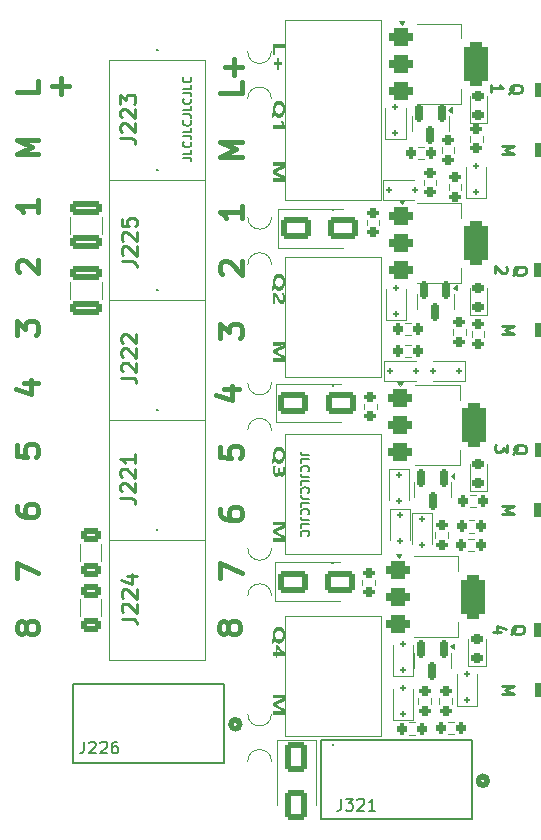
<source format=gbr>
%TF.GenerationSoftware,KiCad,Pcbnew,7.0.11*%
%TF.CreationDate,2025-07-03T12:22:14-04:00*%
%TF.ProjectId,14.1.6 - PMOS - PLC Connector Combined,31342e31-2e36-4202-9d20-504d4f53202d,rev?*%
%TF.SameCoordinates,Original*%
%TF.FileFunction,Legend,Top*%
%TF.FilePolarity,Positive*%
%FSLAX46Y46*%
G04 Gerber Fmt 4.6, Leading zero omitted, Abs format (unit mm)*
G04 Created by KiCad (PCBNEW 7.0.11) date 2025-07-03 12:22:14*
%MOMM*%
%LPD*%
G01*
G04 APERTURE LIST*
G04 Aperture macros list*
%AMRoundRect*
0 Rectangle with rounded corners*
0 $1 Rounding radius*
0 $2 $3 $4 $5 $6 $7 $8 $9 X,Y pos of 4 corners*
0 Add a 4 corners polygon primitive as box body*
4,1,4,$2,$3,$4,$5,$6,$7,$8,$9,$2,$3,0*
0 Add four circle primitives for the rounded corners*
1,1,$1+$1,$2,$3*
1,1,$1+$1,$4,$5*
1,1,$1+$1,$6,$7*
1,1,$1+$1,$8,$9*
0 Add four rect primitives between the rounded corners*
20,1,$1+$1,$2,$3,$4,$5,0*
20,1,$1+$1,$4,$5,$6,$7,0*
20,1,$1+$1,$6,$7,$8,$9,0*
20,1,$1+$1,$8,$9,$2,$3,0*%
G04 Aperture macros list end*
%ADD10C,0.457200*%
%ADD11C,0.254000*%
%ADD12C,0.177800*%
%ADD13C,0.250000*%
%ADD14C,0.150000*%
%ADD15C,0.120000*%
%ADD16C,0.100000*%
%ADD17C,0.200000*%
%ADD18C,0.152400*%
%ADD19C,0.508000*%
%ADD20RoundRect,0.200000X-0.275000X0.200000X-0.275000X-0.200000X0.275000X-0.200000X0.275000X0.200000X0*%
%ADD21RoundRect,0.125000X0.125000X-0.125000X0.125000X0.125000X-0.125000X0.125000X-0.125000X-0.125000X0*%
%ADD22C,1.950000*%
%ADD23R,1.950000X1.950000*%
%ADD24RoundRect,0.572500X-3.045750X-0.572500X3.045750X-0.572500X3.045750X0.572500X-3.045750X0.572500X0*%
%ADD25C,0.500000*%
%ADD26RoundRect,0.200000X0.275000X-0.200000X0.275000X0.200000X-0.275000X0.200000X-0.275000X-0.200000X0*%
%ADD27RoundRect,0.218750X0.256250X-0.218750X0.256250X0.218750X-0.256250X0.218750X-0.256250X-0.218750X0*%
%ADD28RoundRect,0.125000X-0.125000X0.125000X-0.125000X-0.125000X0.125000X-0.125000X0.125000X0.125000X0*%
%ADD29RoundRect,0.200000X0.200000X0.275000X-0.200000X0.275000X-0.200000X-0.275000X0.200000X-0.275000X0*%
%ADD30RoundRect,0.250000X1.075000X-0.312500X1.075000X0.312500X-1.075000X0.312500X-1.075000X-0.312500X0*%
%ADD31RoundRect,0.250000X-0.650000X1.000000X-0.650000X-1.000000X0.650000X-1.000000X0.650000X1.000000X0*%
%ADD32RoundRect,0.150000X-0.150000X0.587500X-0.150000X-0.587500X0.150000X-0.587500X0.150000X0.587500X0*%
%ADD33RoundRect,0.200000X-0.200000X-0.275000X0.200000X-0.275000X0.200000X0.275000X-0.200000X0.275000X0*%
%ADD34RoundRect,0.375000X-0.625000X-0.375000X0.625000X-0.375000X0.625000X0.375000X-0.625000X0.375000X0*%
%ADD35RoundRect,0.500000X-0.500000X-1.400000X0.500000X-1.400000X0.500000X1.400000X-0.500000X1.400000X0*%
%ADD36RoundRect,0.250000X-1.000000X-0.650000X1.000000X-0.650000X1.000000X0.650000X-1.000000X0.650000X0*%
%ADD37RoundRect,0.125000X-0.125000X-0.125000X0.125000X-0.125000X0.125000X0.125000X-0.125000X0.125000X0*%
%ADD38RoundRect,0.250000X-1.075000X0.312500X-1.075000X-0.312500X1.075000X-0.312500X1.075000X0.312500X0*%
%ADD39RoundRect,0.250000X0.625000X-0.312500X0.625000X0.312500X-0.625000X0.312500X-0.625000X-0.312500X0*%
%ADD40C,1.498600*%
%ADD41RoundRect,0.125000X0.125000X0.125000X-0.125000X0.125000X-0.125000X-0.125000X0.125000X-0.125000X0*%
%ADD42RoundRect,0.250000X-0.625000X0.312500X-0.625000X-0.312500X0.625000X-0.312500X0.625000X0.312500X0*%
G04 APERTURE END LIST*
D10*
X80723614Y-102452795D02*
X80723614Y-103323652D01*
X80723614Y-103323652D02*
X81594471Y-103410738D01*
X81594471Y-103410738D02*
X81507386Y-103323652D01*
X81507386Y-103323652D02*
X81420300Y-103149481D01*
X81420300Y-103149481D02*
X81420300Y-102714052D01*
X81420300Y-102714052D02*
X81507386Y-102539881D01*
X81507386Y-102539881D02*
X81594471Y-102452795D01*
X81594471Y-102452795D02*
X81768643Y-102365709D01*
X81768643Y-102365709D02*
X82204071Y-102365709D01*
X82204071Y-102365709D02*
X82378243Y-102452795D01*
X82378243Y-102452795D02*
X82465329Y-102539881D01*
X82465329Y-102539881D02*
X82552414Y-102714052D01*
X82552414Y-102714052D02*
X82552414Y-103149481D01*
X82552414Y-103149481D02*
X82465329Y-103323652D01*
X82465329Y-103323652D02*
X82378243Y-103410738D01*
X81507386Y-118048395D02*
X81420300Y-118222566D01*
X81420300Y-118222566D02*
X81333214Y-118309652D01*
X81333214Y-118309652D02*
X81159043Y-118396738D01*
X81159043Y-118396738D02*
X81071957Y-118396738D01*
X81071957Y-118396738D02*
X80897786Y-118309652D01*
X80897786Y-118309652D02*
X80810700Y-118222566D01*
X80810700Y-118222566D02*
X80723614Y-118048395D01*
X80723614Y-118048395D02*
X80723614Y-117700052D01*
X80723614Y-117700052D02*
X80810700Y-117525881D01*
X80810700Y-117525881D02*
X80897786Y-117438795D01*
X80897786Y-117438795D02*
X81071957Y-117351709D01*
X81071957Y-117351709D02*
X81159043Y-117351709D01*
X81159043Y-117351709D02*
X81333214Y-117438795D01*
X81333214Y-117438795D02*
X81420300Y-117525881D01*
X81420300Y-117525881D02*
X81507386Y-117700052D01*
X81507386Y-117700052D02*
X81507386Y-118048395D01*
X81507386Y-118048395D02*
X81594471Y-118222566D01*
X81594471Y-118222566D02*
X81681557Y-118309652D01*
X81681557Y-118309652D02*
X81855729Y-118396738D01*
X81855729Y-118396738D02*
X82204071Y-118396738D01*
X82204071Y-118396738D02*
X82378243Y-118309652D01*
X82378243Y-118309652D02*
X82465329Y-118222566D01*
X82465329Y-118222566D02*
X82552414Y-118048395D01*
X82552414Y-118048395D02*
X82552414Y-117700052D01*
X82552414Y-117700052D02*
X82465329Y-117525881D01*
X82465329Y-117525881D02*
X82378243Y-117438795D01*
X82378243Y-117438795D02*
X82204071Y-117351709D01*
X82204071Y-117351709D02*
X81855729Y-117351709D01*
X81855729Y-117351709D02*
X81681557Y-117438795D01*
X81681557Y-117438795D02*
X81594471Y-117525881D01*
X81594471Y-117525881D02*
X81507386Y-117700052D01*
D11*
X121797547Y-122789009D02*
X122813547Y-122789009D01*
X122813547Y-122789009D02*
X122087832Y-123127676D01*
X122087832Y-123127676D02*
X122813547Y-123466343D01*
X122813547Y-123466343D02*
X121797547Y-123466343D01*
D10*
X98143036Y-87916738D02*
X98055950Y-87829652D01*
X98055950Y-87829652D02*
X97968864Y-87655481D01*
X97968864Y-87655481D02*
X97968864Y-87220052D01*
X97968864Y-87220052D02*
X98055950Y-87045881D01*
X98055950Y-87045881D02*
X98143036Y-86958795D01*
X98143036Y-86958795D02*
X98317207Y-86871709D01*
X98317207Y-86871709D02*
X98491379Y-86871709D01*
X98491379Y-86871709D02*
X98752636Y-86958795D01*
X98752636Y-86958795D02*
X99797664Y-88003823D01*
X99797664Y-88003823D02*
X99797664Y-86871709D01*
X82552414Y-71633942D02*
X82552414Y-72504799D01*
X82552414Y-72504799D02*
X80723614Y-72504799D01*
X81333214Y-97205881D02*
X82552414Y-97205881D01*
X80636529Y-97641309D02*
X81942814Y-98076738D01*
X81942814Y-98076738D02*
X81942814Y-96944623D01*
D11*
X122606545Y-118456343D02*
X122654926Y-118359581D01*
X122654926Y-118359581D02*
X122751688Y-118262819D01*
X122751688Y-118262819D02*
X122896830Y-118117676D01*
X122896830Y-118117676D02*
X122945211Y-118020914D01*
X122945211Y-118020914D02*
X122945211Y-117924152D01*
X122703307Y-117972533D02*
X122751688Y-117875771D01*
X122751688Y-117875771D02*
X122848449Y-117779009D01*
X122848449Y-117779009D02*
X123041973Y-117730628D01*
X123041973Y-117730628D02*
X123380640Y-117730628D01*
X123380640Y-117730628D02*
X123574164Y-117779009D01*
X123574164Y-117779009D02*
X123670926Y-117875771D01*
X123670926Y-117875771D02*
X123719307Y-117972533D01*
X123719307Y-117972533D02*
X123719307Y-118166057D01*
X123719307Y-118166057D02*
X123670926Y-118262819D01*
X123670926Y-118262819D02*
X123574164Y-118359581D01*
X123574164Y-118359581D02*
X123380640Y-118407962D01*
X123380640Y-118407962D02*
X123041973Y-118407962D01*
X123041973Y-118407962D02*
X122848449Y-118359581D01*
X122848449Y-118359581D02*
X122751688Y-118262819D01*
X122751688Y-118262819D02*
X122703307Y-118166057D01*
X122703307Y-118166057D02*
X122703307Y-117972533D01*
X121744880Y-118214438D02*
X121067547Y-118214438D01*
X122131928Y-117972533D02*
X121406213Y-117730628D01*
X121406213Y-117730628D02*
X121406213Y-118359581D01*
D10*
X97968864Y-113657823D02*
X97968864Y-112438623D01*
X97968864Y-112438623D02*
X99797664Y-113222395D01*
X82552414Y-77809599D02*
X80723614Y-77809599D01*
X80723614Y-77809599D02*
X82029900Y-77199999D01*
X82029900Y-77199999D02*
X80723614Y-76590399D01*
X80723614Y-76590399D02*
X82552414Y-76590399D01*
X80723614Y-93083823D02*
X80723614Y-91951709D01*
X80723614Y-91951709D02*
X81420300Y-92561309D01*
X81420300Y-92561309D02*
X81420300Y-92300052D01*
X81420300Y-92300052D02*
X81507386Y-92125881D01*
X81507386Y-92125881D02*
X81594471Y-92038795D01*
X81594471Y-92038795D02*
X81768643Y-91951709D01*
X81768643Y-91951709D02*
X82204071Y-91951709D01*
X82204071Y-91951709D02*
X82378243Y-92038795D01*
X82378243Y-92038795D02*
X82465329Y-92125881D01*
X82465329Y-92125881D02*
X82552414Y-92300052D01*
X82552414Y-92300052D02*
X82552414Y-92822566D01*
X82552414Y-92822566D02*
X82465329Y-92996738D01*
X82465329Y-92996738D02*
X82378243Y-93083823D01*
D11*
X121797547Y-92339009D02*
X122813547Y-92339009D01*
X122813547Y-92339009D02*
X122087832Y-92677676D01*
X122087832Y-92677676D02*
X122813547Y-93016343D01*
X122813547Y-93016343D02*
X121797547Y-93016343D01*
D12*
X94808568Y-78085066D02*
X95316568Y-78085066D01*
X95316568Y-78085066D02*
X95418168Y-78118933D01*
X95418168Y-78118933D02*
X95485902Y-78186666D01*
X95485902Y-78186666D02*
X95519768Y-78288266D01*
X95519768Y-78288266D02*
X95519768Y-78356000D01*
X95519768Y-77407733D02*
X95519768Y-77746399D01*
X95519768Y-77746399D02*
X94808568Y-77746399D01*
X95452035Y-76764266D02*
X95485902Y-76798133D01*
X95485902Y-76798133D02*
X95519768Y-76899733D01*
X95519768Y-76899733D02*
X95519768Y-76967466D01*
X95519768Y-76967466D02*
X95485902Y-77069066D01*
X95485902Y-77069066D02*
X95418168Y-77136800D01*
X95418168Y-77136800D02*
X95350435Y-77170666D01*
X95350435Y-77170666D02*
X95214968Y-77204533D01*
X95214968Y-77204533D02*
X95113368Y-77204533D01*
X95113368Y-77204533D02*
X94977902Y-77170666D01*
X94977902Y-77170666D02*
X94910168Y-77136800D01*
X94910168Y-77136800D02*
X94842435Y-77069066D01*
X94842435Y-77069066D02*
X94808568Y-76967466D01*
X94808568Y-76967466D02*
X94808568Y-76899733D01*
X94808568Y-76899733D02*
X94842435Y-76798133D01*
X94842435Y-76798133D02*
X94876302Y-76764266D01*
X94808568Y-76256266D02*
X95316568Y-76256266D01*
X95316568Y-76256266D02*
X95418168Y-76290133D01*
X95418168Y-76290133D02*
X95485902Y-76357866D01*
X95485902Y-76357866D02*
X95519768Y-76459466D01*
X95519768Y-76459466D02*
X95519768Y-76527200D01*
X95519768Y-75578933D02*
X95519768Y-75917599D01*
X95519768Y-75917599D02*
X94808568Y-75917599D01*
X95452035Y-74935466D02*
X95485902Y-74969333D01*
X95485902Y-74969333D02*
X95519768Y-75070933D01*
X95519768Y-75070933D02*
X95519768Y-75138666D01*
X95519768Y-75138666D02*
X95485902Y-75240266D01*
X95485902Y-75240266D02*
X95418168Y-75308000D01*
X95418168Y-75308000D02*
X95350435Y-75341866D01*
X95350435Y-75341866D02*
X95214968Y-75375733D01*
X95214968Y-75375733D02*
X95113368Y-75375733D01*
X95113368Y-75375733D02*
X94977902Y-75341866D01*
X94977902Y-75341866D02*
X94910168Y-75308000D01*
X94910168Y-75308000D02*
X94842435Y-75240266D01*
X94842435Y-75240266D02*
X94808568Y-75138666D01*
X94808568Y-75138666D02*
X94808568Y-75070933D01*
X94808568Y-75070933D02*
X94842435Y-74969333D01*
X94842435Y-74969333D02*
X94876302Y-74935466D01*
X94808568Y-74427466D02*
X95316568Y-74427466D01*
X95316568Y-74427466D02*
X95418168Y-74461333D01*
X95418168Y-74461333D02*
X95485902Y-74529066D01*
X95485902Y-74529066D02*
X95519768Y-74630666D01*
X95519768Y-74630666D02*
X95519768Y-74698400D01*
X95519768Y-73750133D02*
X95519768Y-74088799D01*
X95519768Y-74088799D02*
X94808568Y-74088799D01*
X95452035Y-73106666D02*
X95485902Y-73140533D01*
X95485902Y-73140533D02*
X95519768Y-73242133D01*
X95519768Y-73242133D02*
X95519768Y-73309866D01*
X95519768Y-73309866D02*
X95485902Y-73411466D01*
X95485902Y-73411466D02*
X95418168Y-73479200D01*
X95418168Y-73479200D02*
X95350435Y-73513066D01*
X95350435Y-73513066D02*
X95214968Y-73546933D01*
X95214968Y-73546933D02*
X95113368Y-73546933D01*
X95113368Y-73546933D02*
X94977902Y-73513066D01*
X94977902Y-73513066D02*
X94910168Y-73479200D01*
X94910168Y-73479200D02*
X94842435Y-73411466D01*
X94842435Y-73411466D02*
X94808568Y-73309866D01*
X94808568Y-73309866D02*
X94808568Y-73242133D01*
X94808568Y-73242133D02*
X94842435Y-73140533D01*
X94842435Y-73140533D02*
X94876302Y-73106666D01*
X94808568Y-72598666D02*
X95316568Y-72598666D01*
X95316568Y-72598666D02*
X95418168Y-72632533D01*
X95418168Y-72632533D02*
X95485902Y-72700266D01*
X95485902Y-72700266D02*
X95519768Y-72801866D01*
X95519768Y-72801866D02*
X95519768Y-72869600D01*
X95519768Y-71921333D02*
X95519768Y-72259999D01*
X95519768Y-72259999D02*
X94808568Y-72259999D01*
X95452035Y-71277866D02*
X95485902Y-71311733D01*
X95485902Y-71311733D02*
X95519768Y-71413333D01*
X95519768Y-71413333D02*
X95519768Y-71481066D01*
X95519768Y-71481066D02*
X95485902Y-71582666D01*
X95485902Y-71582666D02*
X95418168Y-71650400D01*
X95418168Y-71650400D02*
X95350435Y-71684266D01*
X95350435Y-71684266D02*
X95214968Y-71718133D01*
X95214968Y-71718133D02*
X95113368Y-71718133D01*
X95113368Y-71718133D02*
X94977902Y-71684266D01*
X94977902Y-71684266D02*
X94910168Y-71650400D01*
X94910168Y-71650400D02*
X94842435Y-71582666D01*
X94842435Y-71582666D02*
X94808568Y-71481066D01*
X94808568Y-71481066D02*
X94808568Y-71413333D01*
X94808568Y-71413333D02*
X94842435Y-71311733D01*
X94842435Y-71311733D02*
X94876302Y-71277866D01*
D10*
X84455729Y-72696685D02*
X84455729Y-71303314D01*
X85152414Y-71999999D02*
X83759043Y-71999999D01*
D11*
X121797547Y-77109009D02*
X122813547Y-77109009D01*
X122813547Y-77109009D02*
X122087832Y-77447676D01*
X122087832Y-77447676D02*
X122813547Y-77786343D01*
X122813547Y-77786343D02*
X121797547Y-77786343D01*
X122746545Y-88036343D02*
X122794926Y-87939581D01*
X122794926Y-87939581D02*
X122891688Y-87842819D01*
X122891688Y-87842819D02*
X123036830Y-87697676D01*
X123036830Y-87697676D02*
X123085211Y-87600914D01*
X123085211Y-87600914D02*
X123085211Y-87504152D01*
X122843307Y-87552533D02*
X122891688Y-87455771D01*
X122891688Y-87455771D02*
X122988449Y-87359009D01*
X122988449Y-87359009D02*
X123181973Y-87310628D01*
X123181973Y-87310628D02*
X123520640Y-87310628D01*
X123520640Y-87310628D02*
X123714164Y-87359009D01*
X123714164Y-87359009D02*
X123810926Y-87455771D01*
X123810926Y-87455771D02*
X123859307Y-87552533D01*
X123859307Y-87552533D02*
X123859307Y-87746057D01*
X123859307Y-87746057D02*
X123810926Y-87842819D01*
X123810926Y-87842819D02*
X123714164Y-87939581D01*
X123714164Y-87939581D02*
X123520640Y-87987962D01*
X123520640Y-87987962D02*
X123181973Y-87987962D01*
X123181973Y-87987962D02*
X122988449Y-87939581D01*
X122988449Y-87939581D02*
X122891688Y-87842819D01*
X122891688Y-87842819D02*
X122843307Y-87746057D01*
X122843307Y-87746057D02*
X122843307Y-87552533D01*
X122126785Y-87310628D02*
X122175166Y-87359009D01*
X122175166Y-87359009D02*
X122223547Y-87455771D01*
X122223547Y-87455771D02*
X122223547Y-87697676D01*
X122223547Y-87697676D02*
X122175166Y-87794438D01*
X122175166Y-87794438D02*
X122126785Y-87842819D01*
X122126785Y-87842819D02*
X122030023Y-87891200D01*
X122030023Y-87891200D02*
X121933261Y-87891200D01*
X121933261Y-87891200D02*
X121788118Y-87842819D01*
X121788118Y-87842819D02*
X121207547Y-87262247D01*
X121207547Y-87262247D02*
X121207547Y-87891200D01*
D10*
X80723614Y-107619881D02*
X80723614Y-107968223D01*
X80723614Y-107968223D02*
X80810700Y-108142395D01*
X80810700Y-108142395D02*
X80897786Y-108229481D01*
X80897786Y-108229481D02*
X81159043Y-108403652D01*
X81159043Y-108403652D02*
X81507386Y-108490738D01*
X81507386Y-108490738D02*
X82204071Y-108490738D01*
X82204071Y-108490738D02*
X82378243Y-108403652D01*
X82378243Y-108403652D02*
X82465329Y-108316566D01*
X82465329Y-108316566D02*
X82552414Y-108142395D01*
X82552414Y-108142395D02*
X82552414Y-107794052D01*
X82552414Y-107794052D02*
X82465329Y-107619881D01*
X82465329Y-107619881D02*
X82378243Y-107532795D01*
X82378243Y-107532795D02*
X82204071Y-107445709D01*
X82204071Y-107445709D02*
X81768643Y-107445709D01*
X81768643Y-107445709D02*
X81594471Y-107532795D01*
X81594471Y-107532795D02*
X81507386Y-107619881D01*
X81507386Y-107619881D02*
X81420300Y-107794052D01*
X81420300Y-107794052D02*
X81420300Y-108142395D01*
X81420300Y-108142395D02*
X81507386Y-108316566D01*
X81507386Y-108316566D02*
X81594471Y-108403652D01*
X81594471Y-108403652D02*
X81768643Y-108490738D01*
D11*
X122776545Y-103156343D02*
X122824926Y-103059581D01*
X122824926Y-103059581D02*
X122921688Y-102962819D01*
X122921688Y-102962819D02*
X123066830Y-102817676D01*
X123066830Y-102817676D02*
X123115211Y-102720914D01*
X123115211Y-102720914D02*
X123115211Y-102624152D01*
X122873307Y-102672533D02*
X122921688Y-102575771D01*
X122921688Y-102575771D02*
X123018449Y-102479009D01*
X123018449Y-102479009D02*
X123211973Y-102430628D01*
X123211973Y-102430628D02*
X123550640Y-102430628D01*
X123550640Y-102430628D02*
X123744164Y-102479009D01*
X123744164Y-102479009D02*
X123840926Y-102575771D01*
X123840926Y-102575771D02*
X123889307Y-102672533D01*
X123889307Y-102672533D02*
X123889307Y-102866057D01*
X123889307Y-102866057D02*
X123840926Y-102962819D01*
X123840926Y-102962819D02*
X123744164Y-103059581D01*
X123744164Y-103059581D02*
X123550640Y-103107962D01*
X123550640Y-103107962D02*
X123211973Y-103107962D01*
X123211973Y-103107962D02*
X123018449Y-103059581D01*
X123018449Y-103059581D02*
X122921688Y-102962819D01*
X122921688Y-102962819D02*
X122873307Y-102866057D01*
X122873307Y-102866057D02*
X122873307Y-102672533D01*
X122253547Y-102382247D02*
X122253547Y-103011200D01*
X122253547Y-103011200D02*
X121866499Y-102672533D01*
X121866499Y-102672533D02*
X121866499Y-102817676D01*
X121866499Y-102817676D02*
X121818118Y-102914438D01*
X121818118Y-102914438D02*
X121769737Y-102962819D01*
X121769737Y-102962819D02*
X121672975Y-103011200D01*
X121672975Y-103011200D02*
X121431070Y-103011200D01*
X121431070Y-103011200D02*
X121334308Y-102962819D01*
X121334308Y-102962819D02*
X121285928Y-102914438D01*
X121285928Y-102914438D02*
X121237547Y-102817676D01*
X121237547Y-102817676D02*
X121237547Y-102527390D01*
X121237547Y-102527390D02*
X121285928Y-102430628D01*
X121285928Y-102430628D02*
X121334308Y-102382247D01*
X122436545Y-72656343D02*
X122484926Y-72559581D01*
X122484926Y-72559581D02*
X122581688Y-72462819D01*
X122581688Y-72462819D02*
X122726830Y-72317676D01*
X122726830Y-72317676D02*
X122775211Y-72220914D01*
X122775211Y-72220914D02*
X122775211Y-72124152D01*
X122533307Y-72172533D02*
X122581688Y-72075771D01*
X122581688Y-72075771D02*
X122678449Y-71979009D01*
X122678449Y-71979009D02*
X122871973Y-71930628D01*
X122871973Y-71930628D02*
X123210640Y-71930628D01*
X123210640Y-71930628D02*
X123404164Y-71979009D01*
X123404164Y-71979009D02*
X123500926Y-72075771D01*
X123500926Y-72075771D02*
X123549307Y-72172533D01*
X123549307Y-72172533D02*
X123549307Y-72366057D01*
X123549307Y-72366057D02*
X123500926Y-72462819D01*
X123500926Y-72462819D02*
X123404164Y-72559581D01*
X123404164Y-72559581D02*
X123210640Y-72607962D01*
X123210640Y-72607962D02*
X122871973Y-72607962D01*
X122871973Y-72607962D02*
X122678449Y-72559581D01*
X122678449Y-72559581D02*
X122581688Y-72462819D01*
X122581688Y-72462819D02*
X122533307Y-72366057D01*
X122533307Y-72366057D02*
X122533307Y-72172533D01*
X120897547Y-72511200D02*
X120897547Y-71930628D01*
X120897547Y-72220914D02*
X121913547Y-72220914D01*
X121913547Y-72220914D02*
X121768404Y-72124152D01*
X121768404Y-72124152D02*
X121671642Y-72027390D01*
X121671642Y-72027390D02*
X121623261Y-71930628D01*
D10*
X80897786Y-87789738D02*
X80810700Y-87702652D01*
X80810700Y-87702652D02*
X80723614Y-87528481D01*
X80723614Y-87528481D02*
X80723614Y-87093052D01*
X80723614Y-87093052D02*
X80810700Y-86918881D01*
X80810700Y-86918881D02*
X80897786Y-86831795D01*
X80897786Y-86831795D02*
X81071957Y-86744709D01*
X81071957Y-86744709D02*
X81246129Y-86744709D01*
X81246129Y-86744709D02*
X81507386Y-86831795D01*
X81507386Y-86831795D02*
X82552414Y-87876823D01*
X82552414Y-87876823D02*
X82552414Y-86744709D01*
D12*
X105471431Y-103294933D02*
X104963431Y-103294933D01*
X104963431Y-103294933D02*
X104861831Y-103261066D01*
X104861831Y-103261066D02*
X104794098Y-103193333D01*
X104794098Y-103193333D02*
X104760231Y-103091733D01*
X104760231Y-103091733D02*
X104760231Y-103024000D01*
X104760231Y-103972267D02*
X104760231Y-103633600D01*
X104760231Y-103633600D02*
X105471431Y-103633600D01*
X104827964Y-104615733D02*
X104794098Y-104581866D01*
X104794098Y-104581866D02*
X104760231Y-104480266D01*
X104760231Y-104480266D02*
X104760231Y-104412533D01*
X104760231Y-104412533D02*
X104794098Y-104310933D01*
X104794098Y-104310933D02*
X104861831Y-104243200D01*
X104861831Y-104243200D02*
X104929564Y-104209333D01*
X104929564Y-104209333D02*
X105065031Y-104175466D01*
X105065031Y-104175466D02*
X105166631Y-104175466D01*
X105166631Y-104175466D02*
X105302098Y-104209333D01*
X105302098Y-104209333D02*
X105369831Y-104243200D01*
X105369831Y-104243200D02*
X105437564Y-104310933D01*
X105437564Y-104310933D02*
X105471431Y-104412533D01*
X105471431Y-104412533D02*
X105471431Y-104480266D01*
X105471431Y-104480266D02*
X105437564Y-104581866D01*
X105437564Y-104581866D02*
X105403698Y-104615733D01*
X105471431Y-105123733D02*
X104963431Y-105123733D01*
X104963431Y-105123733D02*
X104861831Y-105089866D01*
X104861831Y-105089866D02*
X104794098Y-105022133D01*
X104794098Y-105022133D02*
X104760231Y-104920533D01*
X104760231Y-104920533D02*
X104760231Y-104852800D01*
X104760231Y-105801067D02*
X104760231Y-105462400D01*
X104760231Y-105462400D02*
X105471431Y-105462400D01*
X104827964Y-106444533D02*
X104794098Y-106410666D01*
X104794098Y-106410666D02*
X104760231Y-106309066D01*
X104760231Y-106309066D02*
X104760231Y-106241333D01*
X104760231Y-106241333D02*
X104794098Y-106139733D01*
X104794098Y-106139733D02*
X104861831Y-106072000D01*
X104861831Y-106072000D02*
X104929564Y-106038133D01*
X104929564Y-106038133D02*
X105065031Y-106004266D01*
X105065031Y-106004266D02*
X105166631Y-106004266D01*
X105166631Y-106004266D02*
X105302098Y-106038133D01*
X105302098Y-106038133D02*
X105369831Y-106072000D01*
X105369831Y-106072000D02*
X105437564Y-106139733D01*
X105437564Y-106139733D02*
X105471431Y-106241333D01*
X105471431Y-106241333D02*
X105471431Y-106309066D01*
X105471431Y-106309066D02*
X105437564Y-106410666D01*
X105437564Y-106410666D02*
X105403698Y-106444533D01*
X105471431Y-106952533D02*
X104963431Y-106952533D01*
X104963431Y-106952533D02*
X104861831Y-106918666D01*
X104861831Y-106918666D02*
X104794098Y-106850933D01*
X104794098Y-106850933D02*
X104760231Y-106749333D01*
X104760231Y-106749333D02*
X104760231Y-106681600D01*
X104760231Y-107629867D02*
X104760231Y-107291200D01*
X104760231Y-107291200D02*
X105471431Y-107291200D01*
X104827964Y-108273333D02*
X104794098Y-108239466D01*
X104794098Y-108239466D02*
X104760231Y-108137866D01*
X104760231Y-108137866D02*
X104760231Y-108070133D01*
X104760231Y-108070133D02*
X104794098Y-107968533D01*
X104794098Y-107968533D02*
X104861831Y-107900800D01*
X104861831Y-107900800D02*
X104929564Y-107866933D01*
X104929564Y-107866933D02*
X105065031Y-107833066D01*
X105065031Y-107833066D02*
X105166631Y-107833066D01*
X105166631Y-107833066D02*
X105302098Y-107866933D01*
X105302098Y-107866933D02*
X105369831Y-107900800D01*
X105369831Y-107900800D02*
X105437564Y-107968533D01*
X105437564Y-107968533D02*
X105471431Y-108070133D01*
X105471431Y-108070133D02*
X105471431Y-108137866D01*
X105471431Y-108137866D02*
X105437564Y-108239466D01*
X105437564Y-108239466D02*
X105403698Y-108273333D01*
X105471431Y-108781333D02*
X104963431Y-108781333D01*
X104963431Y-108781333D02*
X104861831Y-108747466D01*
X104861831Y-108747466D02*
X104794098Y-108679733D01*
X104794098Y-108679733D02*
X104760231Y-108578133D01*
X104760231Y-108578133D02*
X104760231Y-108510400D01*
X104760231Y-109458667D02*
X104760231Y-109120000D01*
X104760231Y-109120000D02*
X105471431Y-109120000D01*
X104827964Y-110102133D02*
X104794098Y-110068266D01*
X104794098Y-110068266D02*
X104760231Y-109966666D01*
X104760231Y-109966666D02*
X104760231Y-109898933D01*
X104760231Y-109898933D02*
X104794098Y-109797333D01*
X104794098Y-109797333D02*
X104861831Y-109729600D01*
X104861831Y-109729600D02*
X104929564Y-109695733D01*
X104929564Y-109695733D02*
X105065031Y-109661866D01*
X105065031Y-109661866D02*
X105166631Y-109661866D01*
X105166631Y-109661866D02*
X105302098Y-109695733D01*
X105302098Y-109695733D02*
X105369831Y-109729600D01*
X105369831Y-109729600D02*
X105437564Y-109797333D01*
X105437564Y-109797333D02*
X105471431Y-109898933D01*
X105471431Y-109898933D02*
X105471431Y-109966666D01*
X105471431Y-109966666D02*
X105437564Y-110068266D01*
X105437564Y-110068266D02*
X105403698Y-110102133D01*
D10*
X97968864Y-93337823D02*
X97968864Y-92205709D01*
X97968864Y-92205709D02*
X98665550Y-92815309D01*
X98665550Y-92815309D02*
X98665550Y-92554052D01*
X98665550Y-92554052D02*
X98752636Y-92379881D01*
X98752636Y-92379881D02*
X98839721Y-92292795D01*
X98839721Y-92292795D02*
X99013893Y-92205709D01*
X99013893Y-92205709D02*
X99449321Y-92205709D01*
X99449321Y-92205709D02*
X99623493Y-92292795D01*
X99623493Y-92292795D02*
X99710579Y-92379881D01*
X99710579Y-92379881D02*
X99797664Y-92554052D01*
X99797664Y-92554052D02*
X99797664Y-93076566D01*
X99797664Y-93076566D02*
X99710579Y-93250738D01*
X99710579Y-93250738D02*
X99623493Y-93337823D01*
X97968864Y-102579795D02*
X97968864Y-103450652D01*
X97968864Y-103450652D02*
X98839721Y-103537738D01*
X98839721Y-103537738D02*
X98752636Y-103450652D01*
X98752636Y-103450652D02*
X98665550Y-103276481D01*
X98665550Y-103276481D02*
X98665550Y-102841052D01*
X98665550Y-102841052D02*
X98752636Y-102666881D01*
X98752636Y-102666881D02*
X98839721Y-102579795D01*
X98839721Y-102579795D02*
X99013893Y-102492709D01*
X99013893Y-102492709D02*
X99449321Y-102492709D01*
X99449321Y-102492709D02*
X99623493Y-102579795D01*
X99623493Y-102579795D02*
X99710579Y-102666881D01*
X99710579Y-102666881D02*
X99797664Y-102841052D01*
X99797664Y-102841052D02*
X99797664Y-103276481D01*
X99797664Y-103276481D02*
X99710579Y-103450652D01*
X99710579Y-103450652D02*
X99623493Y-103537738D01*
D11*
X121797547Y-107589009D02*
X122813547Y-107589009D01*
X122813547Y-107589009D02*
X122087832Y-107927676D01*
X122087832Y-107927676D02*
X122813547Y-108266343D01*
X122813547Y-108266343D02*
X121797547Y-108266343D01*
D10*
X97968864Y-107873881D02*
X97968864Y-108222223D01*
X97968864Y-108222223D02*
X98055950Y-108396395D01*
X98055950Y-108396395D02*
X98143036Y-108483481D01*
X98143036Y-108483481D02*
X98404293Y-108657652D01*
X98404293Y-108657652D02*
X98752636Y-108744738D01*
X98752636Y-108744738D02*
X99449321Y-108744738D01*
X99449321Y-108744738D02*
X99623493Y-108657652D01*
X99623493Y-108657652D02*
X99710579Y-108570566D01*
X99710579Y-108570566D02*
X99797664Y-108396395D01*
X99797664Y-108396395D02*
X99797664Y-108048052D01*
X99797664Y-108048052D02*
X99710579Y-107873881D01*
X99710579Y-107873881D02*
X99623493Y-107786795D01*
X99623493Y-107786795D02*
X99449321Y-107699709D01*
X99449321Y-107699709D02*
X99013893Y-107699709D01*
X99013893Y-107699709D02*
X98839721Y-107786795D01*
X98839721Y-107786795D02*
X98752636Y-107873881D01*
X98752636Y-107873881D02*
X98665550Y-108048052D01*
X98665550Y-108048052D02*
X98665550Y-108396395D01*
X98665550Y-108396395D02*
X98752636Y-108570566D01*
X98752636Y-108570566D02*
X98839721Y-108657652D01*
X98839721Y-108657652D02*
X99013893Y-108744738D01*
X98324464Y-97713881D02*
X99543664Y-97713881D01*
X97627779Y-98149309D02*
X98934064Y-98584738D01*
X98934064Y-98584738D02*
X98934064Y-97452623D01*
X98625636Y-118048395D02*
X98538550Y-118222566D01*
X98538550Y-118222566D02*
X98451464Y-118309652D01*
X98451464Y-118309652D02*
X98277293Y-118396738D01*
X98277293Y-118396738D02*
X98190207Y-118396738D01*
X98190207Y-118396738D02*
X98016036Y-118309652D01*
X98016036Y-118309652D02*
X97928950Y-118222566D01*
X97928950Y-118222566D02*
X97841864Y-118048395D01*
X97841864Y-118048395D02*
X97841864Y-117700052D01*
X97841864Y-117700052D02*
X97928950Y-117525881D01*
X97928950Y-117525881D02*
X98016036Y-117438795D01*
X98016036Y-117438795D02*
X98190207Y-117351709D01*
X98190207Y-117351709D02*
X98277293Y-117351709D01*
X98277293Y-117351709D02*
X98451464Y-117438795D01*
X98451464Y-117438795D02*
X98538550Y-117525881D01*
X98538550Y-117525881D02*
X98625636Y-117700052D01*
X98625636Y-117700052D02*
X98625636Y-118048395D01*
X98625636Y-118048395D02*
X98712721Y-118222566D01*
X98712721Y-118222566D02*
X98799807Y-118309652D01*
X98799807Y-118309652D02*
X98973979Y-118396738D01*
X98973979Y-118396738D02*
X99322321Y-118396738D01*
X99322321Y-118396738D02*
X99496493Y-118309652D01*
X99496493Y-118309652D02*
X99583579Y-118222566D01*
X99583579Y-118222566D02*
X99670664Y-118048395D01*
X99670664Y-118048395D02*
X99670664Y-117700052D01*
X99670664Y-117700052D02*
X99583579Y-117525881D01*
X99583579Y-117525881D02*
X99496493Y-117438795D01*
X99496493Y-117438795D02*
X99322321Y-117351709D01*
X99322321Y-117351709D02*
X98973979Y-117351709D01*
X98973979Y-117351709D02*
X98799807Y-117438795D01*
X98799807Y-117438795D02*
X98712721Y-117525881D01*
X98712721Y-117525881D02*
X98625636Y-117700052D01*
X80723614Y-113657823D02*
X80723614Y-112438623D01*
X80723614Y-112438623D02*
X82552414Y-113222395D01*
X99797664Y-77994611D02*
X97968864Y-77994611D01*
X97968864Y-77994611D02*
X99275150Y-77385011D01*
X99275150Y-77385011D02*
X97968864Y-76775411D01*
X97968864Y-76775411D02*
X99797664Y-76775411D01*
X99797664Y-82172709D02*
X99797664Y-83217738D01*
X99797664Y-82695223D02*
X97968864Y-82695223D01*
X97968864Y-82695223D02*
X98230121Y-82869395D01*
X98230121Y-82869395D02*
X98404293Y-83043566D01*
X98404293Y-83043566D02*
X98491379Y-83217738D01*
X82552414Y-81677485D02*
X82552414Y-82722514D01*
X82552414Y-82199999D02*
X80723614Y-82199999D01*
X80723614Y-82199999D02*
X80984871Y-82374171D01*
X80984871Y-82374171D02*
X81159043Y-82548342D01*
X81159043Y-82548342D02*
X81246129Y-82722514D01*
D13*
G36*
X102450000Y-69358900D02*
G01*
X102450000Y-68478893D01*
X103434787Y-68478893D01*
X103434787Y-68811919D01*
X102637578Y-68811919D01*
X102637578Y-69358900D01*
X102450000Y-69358900D01*
G37*
G36*
X102778262Y-70631650D02*
G01*
X102778262Y-70234877D01*
X102512526Y-70234877D01*
X102512526Y-70026782D01*
X102778262Y-70026782D01*
X102778262Y-69627812D01*
X102918946Y-69627812D01*
X102918946Y-70026782D01*
X103184682Y-70026782D01*
X103184682Y-70234877D01*
X102918946Y-70234877D01*
X102918946Y-70631650D01*
X102778262Y-70631650D01*
G37*
G36*
X102944124Y-73259046D02*
G01*
X102958384Y-73259641D01*
X102972473Y-73260632D01*
X102986391Y-73262019D01*
X103000138Y-73263803D01*
X103013713Y-73265984D01*
X103027117Y-73268560D01*
X103040350Y-73271533D01*
X103053411Y-73274903D01*
X103066301Y-73278669D01*
X103079020Y-73282831D01*
X103091568Y-73287390D01*
X103103945Y-73292345D01*
X103116150Y-73297697D01*
X103128184Y-73303445D01*
X103140047Y-73309590D01*
X103151738Y-73316130D01*
X103163258Y-73323068D01*
X103174607Y-73330401D01*
X103185785Y-73338132D01*
X103196791Y-73346258D01*
X103207627Y-73354781D01*
X103218290Y-73363701D01*
X103228783Y-73373016D01*
X103239104Y-73382729D01*
X103249255Y-73392837D01*
X103259234Y-73403342D01*
X103269041Y-73414244D01*
X103278678Y-73425542D01*
X103288143Y-73437236D01*
X103297437Y-73449327D01*
X103306559Y-73461814D01*
X103315410Y-73474561D01*
X103323980Y-73487571D01*
X103332268Y-73500842D01*
X103340276Y-73514376D01*
X103348003Y-73528171D01*
X103355449Y-73542228D01*
X103362614Y-73556547D01*
X103369497Y-73571128D01*
X103376100Y-73585971D01*
X103382422Y-73601075D01*
X103388463Y-73616442D01*
X103394223Y-73632070D01*
X103399702Y-73647961D01*
X103404900Y-73664113D01*
X103409817Y-73680527D01*
X103414453Y-73697203D01*
X103418809Y-73714141D01*
X103422883Y-73731341D01*
X103426676Y-73748802D01*
X103430188Y-73766526D01*
X103433419Y-73784511D01*
X103436369Y-73802759D01*
X103439039Y-73821268D01*
X103441427Y-73840039D01*
X103443534Y-73859072D01*
X103445361Y-73878367D01*
X103446906Y-73897924D01*
X103448170Y-73917743D01*
X103449154Y-73937823D01*
X103449856Y-73958166D01*
X103450278Y-73978770D01*
X103450418Y-73999637D01*
X103450284Y-74019302D01*
X103449880Y-74038729D01*
X103449207Y-74057919D01*
X103448266Y-74076871D01*
X103447055Y-74095585D01*
X103445575Y-74114062D01*
X103443827Y-74132302D01*
X103441809Y-74150304D01*
X103439522Y-74168068D01*
X103436966Y-74185595D01*
X103434141Y-74202884D01*
X103431047Y-74219936D01*
X103427684Y-74236750D01*
X103424051Y-74253327D01*
X103420150Y-74269666D01*
X103415980Y-74285767D01*
X103411541Y-74301631D01*
X103406832Y-74317257D01*
X103401855Y-74332646D01*
X103396608Y-74347797D01*
X103391093Y-74362711D01*
X103385308Y-74377387D01*
X103379255Y-74391825D01*
X103372932Y-74406026D01*
X103366340Y-74419990D01*
X103359480Y-74433715D01*
X103352350Y-74447204D01*
X103344951Y-74460454D01*
X103337283Y-74473467D01*
X103329346Y-74486243D01*
X103321140Y-74498781D01*
X103312665Y-74511081D01*
X103304015Y-74523118D01*
X103295190Y-74534772D01*
X103286193Y-74546044D01*
X103277021Y-74556934D01*
X103267676Y-74567442D01*
X103258157Y-74577568D01*
X103248465Y-74587311D01*
X103238599Y-74596673D01*
X103228559Y-74605653D01*
X103218346Y-74614250D01*
X103207959Y-74622465D01*
X103197398Y-74630298D01*
X103186664Y-74637749D01*
X103175756Y-74644818D01*
X103164674Y-74651505D01*
X103153419Y-74657810D01*
X103141990Y-74663733D01*
X103130388Y-74669273D01*
X103118611Y-74674432D01*
X103106662Y-74679208D01*
X103094538Y-74683602D01*
X103082241Y-74687614D01*
X103069770Y-74691244D01*
X103057126Y-74694492D01*
X103044308Y-74697358D01*
X103031317Y-74699842D01*
X103018151Y-74701943D01*
X103004812Y-74703663D01*
X102991300Y-74705000D01*
X102977614Y-74705955D01*
X102963754Y-74706529D01*
X102949720Y-74706720D01*
X102935366Y-74706521D01*
X102921185Y-74705927D01*
X102907177Y-74704936D01*
X102893342Y-74703548D01*
X102879681Y-74701764D01*
X102866192Y-74699584D01*
X102852877Y-74697007D01*
X102839735Y-74694034D01*
X102826766Y-74690665D01*
X102813970Y-74686899D01*
X102801347Y-74682736D01*
X102788898Y-74678178D01*
X102776622Y-74673222D01*
X102764518Y-74667871D01*
X102752588Y-74662123D01*
X102740832Y-74655978D01*
X102729248Y-74649437D01*
X102717838Y-74642500D01*
X102706600Y-74635166D01*
X102695536Y-74627436D01*
X102684645Y-74619310D01*
X102673927Y-74610787D01*
X102663383Y-74601867D01*
X102653011Y-74592551D01*
X102642813Y-74582839D01*
X102632788Y-74572731D01*
X102622936Y-74562225D01*
X102613257Y-74551324D01*
X102603751Y-74540026D01*
X102594419Y-74528332D01*
X102585259Y-74516241D01*
X102576273Y-74503754D01*
X102569221Y-74493381D01*
X102566992Y-74490198D01*
X102560009Y-74479705D01*
X102558443Y-74477009D01*
X102324947Y-74850701D01*
X102324947Y-74385052D01*
X102451465Y-74189413D01*
X102448410Y-74171104D01*
X102445655Y-74152448D01*
X102443200Y-74133443D01*
X102441046Y-74114091D01*
X102439193Y-74094391D01*
X102437640Y-74074343D01*
X102436388Y-74053948D01*
X102435437Y-74033205D01*
X102434785Y-74012114D01*
X102434435Y-73990675D01*
X102434395Y-73982051D01*
X102621946Y-73982051D01*
X102622271Y-74003296D01*
X102623244Y-74023983D01*
X102624866Y-74044111D01*
X102627137Y-74063682D01*
X102630056Y-74082694D01*
X102633624Y-74101148D01*
X102637841Y-74119044D01*
X102642707Y-74136382D01*
X102648222Y-74153162D01*
X102654385Y-74169383D01*
X102661197Y-74185047D01*
X102668658Y-74200152D01*
X102676768Y-74214700D01*
X102685526Y-74228689D01*
X102694933Y-74242120D01*
X102704989Y-74254993D01*
X102715798Y-74267237D01*
X102727097Y-74278692D01*
X102738886Y-74289356D01*
X102751166Y-74299231D01*
X102763936Y-74308316D01*
X102777197Y-74316610D01*
X102790948Y-74324115D01*
X102805190Y-74330830D01*
X102819922Y-74336755D01*
X102835144Y-74341890D01*
X102850856Y-74346234D01*
X102867059Y-74349789D01*
X102883753Y-74352554D01*
X102900937Y-74354529D01*
X102918611Y-74355714D01*
X102936775Y-74356109D01*
X102955718Y-74355727D01*
X102974137Y-74354581D01*
X102992034Y-74352670D01*
X103009407Y-74349995D01*
X103026258Y-74346556D01*
X103042586Y-74342353D01*
X103058391Y-74337386D01*
X103073674Y-74331654D01*
X103088433Y-74325158D01*
X103102670Y-74317898D01*
X103116384Y-74309874D01*
X103129575Y-74301086D01*
X103142243Y-74291533D01*
X103154388Y-74281216D01*
X103166011Y-74270135D01*
X103177110Y-74258290D01*
X103187492Y-74245866D01*
X103197203Y-74232868D01*
X103206245Y-74219293D01*
X103214617Y-74205144D01*
X103222319Y-74190419D01*
X103229352Y-74175119D01*
X103235714Y-74159244D01*
X103241407Y-74142793D01*
X103246431Y-74125768D01*
X103250784Y-74108166D01*
X103254468Y-74089990D01*
X103257482Y-74071238D01*
X103259826Y-74051911D01*
X103261500Y-74032008D01*
X103262505Y-74011531D01*
X103262840Y-73990478D01*
X103262493Y-73968954D01*
X103261454Y-73947979D01*
X103259723Y-73927554D01*
X103257298Y-73907679D01*
X103254181Y-73888353D01*
X103250372Y-73869577D01*
X103245870Y-73851351D01*
X103240675Y-73833674D01*
X103234787Y-73816546D01*
X103228207Y-73799968D01*
X103220934Y-73783940D01*
X103212968Y-73768461D01*
X103204310Y-73753531D01*
X103194959Y-73739152D01*
X103184916Y-73725321D01*
X103174180Y-73712041D01*
X103162964Y-73699574D01*
X103151301Y-73687912D01*
X103139189Y-73677054D01*
X103126629Y-73667001D01*
X103113620Y-73657751D01*
X103100163Y-73649307D01*
X103086257Y-73641666D01*
X103071903Y-73634829D01*
X103057100Y-73628797D01*
X103041850Y-73623569D01*
X103026150Y-73619146D01*
X103010003Y-73615527D01*
X102993406Y-73612712D01*
X102976362Y-73610701D01*
X102958869Y-73609494D01*
X102940928Y-73609092D01*
X102922757Y-73609494D01*
X102905066Y-73610701D01*
X102887853Y-73612712D01*
X102871120Y-73615527D01*
X102854865Y-73619146D01*
X102839090Y-73623569D01*
X102823793Y-73628797D01*
X102808975Y-73634829D01*
X102794637Y-73641666D01*
X102780777Y-73649307D01*
X102767396Y-73657751D01*
X102754494Y-73667001D01*
X102742071Y-73677054D01*
X102730127Y-73687912D01*
X102718662Y-73699574D01*
X102707676Y-73712041D01*
X102697294Y-73725160D01*
X102687583Y-73738780D01*
X102678541Y-73752900D01*
X102670169Y-73767522D01*
X102662467Y-73782645D01*
X102655434Y-73798268D01*
X102649072Y-73814392D01*
X102643379Y-73831017D01*
X102638356Y-73848144D01*
X102634002Y-73865771D01*
X102630318Y-73883898D01*
X102627305Y-73902527D01*
X102624960Y-73921657D01*
X102623286Y-73941287D01*
X102622281Y-73961419D01*
X102621946Y-73982051D01*
X102434395Y-73982051D01*
X102434368Y-73976189D01*
X102434502Y-73956452D01*
X102434903Y-73936945D01*
X102435572Y-73917669D01*
X102436509Y-73898623D01*
X102437713Y-73879808D01*
X102439185Y-73861222D01*
X102440925Y-73842868D01*
X102442932Y-73824743D01*
X102445206Y-73806850D01*
X102447749Y-73789186D01*
X102450559Y-73771753D01*
X102453636Y-73754550D01*
X102456982Y-73737578D01*
X102460594Y-73720836D01*
X102464475Y-73704325D01*
X102468623Y-73688044D01*
X102473039Y-73671993D01*
X102477722Y-73656173D01*
X102482673Y-73640583D01*
X102487891Y-73625224D01*
X102493378Y-73610095D01*
X102499131Y-73595196D01*
X102505153Y-73580528D01*
X102511442Y-73566090D01*
X102517998Y-73551883D01*
X102524823Y-73537906D01*
X102531915Y-73524159D01*
X102539274Y-73510643D01*
X102546901Y-73497358D01*
X102554796Y-73484302D01*
X102562958Y-73471477D01*
X102571388Y-73458883D01*
X102580123Y-73446576D01*
X102589017Y-73434660D01*
X102598069Y-73423135D01*
X102607280Y-73412000D01*
X102616651Y-73401256D01*
X102626180Y-73390902D01*
X102635868Y-73380940D01*
X102645714Y-73371368D01*
X102655720Y-73362186D01*
X102665884Y-73353396D01*
X102676208Y-73344996D01*
X102686690Y-73336987D01*
X102697331Y-73329368D01*
X102708131Y-73322140D01*
X102719090Y-73315303D01*
X102730207Y-73308857D01*
X102741484Y-73302801D01*
X102752919Y-73297136D01*
X102764513Y-73291862D01*
X102776266Y-73286978D01*
X102788178Y-73282485D01*
X102800249Y-73278383D01*
X102812478Y-73274671D01*
X102824866Y-73271350D01*
X102837414Y-73268420D01*
X102850120Y-73265881D01*
X102862985Y-73263732D01*
X102876009Y-73261974D01*
X102889191Y-73260606D01*
X102902533Y-73259629D01*
X102916033Y-73259043D01*
X102929692Y-73258848D01*
X102944124Y-73259046D01*
G37*
G36*
X103450418Y-75631423D02*
G01*
X102450000Y-75631423D01*
X102450000Y-75306824D01*
X103207397Y-75306824D01*
X103200628Y-75294650D01*
X103193999Y-75281529D01*
X103187511Y-75267462D01*
X103182062Y-75254651D01*
X103177599Y-75243443D01*
X103172473Y-75229537D01*
X103167535Y-75215296D01*
X103162787Y-75200720D01*
X103158227Y-75185810D01*
X103153857Y-75170564D01*
X103152442Y-75165408D01*
X103148349Y-75149905D01*
X103144496Y-75134169D01*
X103140884Y-75118203D01*
X103137513Y-75102004D01*
X103134381Y-75085573D01*
X103133391Y-75080045D01*
X103130615Y-75063460D01*
X103128147Y-75046952D01*
X103125989Y-75030521D01*
X103124140Y-75014168D01*
X103122600Y-74997892D01*
X103122156Y-74992484D01*
X103309734Y-74992484D01*
X103312717Y-75008272D01*
X103315802Y-75023945D01*
X103318991Y-75039504D01*
X103322282Y-75054949D01*
X103325677Y-75070279D01*
X103329175Y-75085495D01*
X103332775Y-75100596D01*
X103336479Y-75115582D01*
X103340286Y-75130454D01*
X103344195Y-75145212D01*
X103348208Y-75159855D01*
X103352324Y-75174384D01*
X103356543Y-75188798D01*
X103360865Y-75203097D01*
X103365290Y-75217283D01*
X103369818Y-75231353D01*
X103374455Y-75245328D01*
X103379145Y-75259134D01*
X103383889Y-75272771D01*
X103388686Y-75286239D01*
X103393536Y-75299539D01*
X103398440Y-75312669D01*
X103403398Y-75325631D01*
X103408408Y-75338423D01*
X103413473Y-75351047D01*
X103421169Y-75369666D01*
X103428986Y-75387905D01*
X103436923Y-75405765D01*
X103444980Y-75423244D01*
X103450418Y-75434685D01*
X103450418Y-75631423D01*
G37*
G36*
X102450000Y-80149794D02*
G01*
X102450000Y-79821165D01*
X103039113Y-79821165D01*
X103051129Y-79821212D01*
X103063301Y-79821354D01*
X103075629Y-79821590D01*
X103088114Y-79821921D01*
X103100756Y-79822346D01*
X103113554Y-79822865D01*
X103126508Y-79823479D01*
X103139619Y-79824187D01*
X103152887Y-79824990D01*
X103166310Y-79825888D01*
X103179891Y-79826879D01*
X103193627Y-79827966D01*
X103207521Y-79829146D01*
X103221570Y-79830421D01*
X103235776Y-79831791D01*
X103250139Y-79833255D01*
X103250139Y-79824829D01*
X103239010Y-79821643D01*
X103228276Y-79818497D01*
X103217936Y-79815392D01*
X103207992Y-79812326D01*
X103193816Y-79807803D01*
X103180529Y-79803370D01*
X103168130Y-79799028D01*
X103156621Y-79794775D01*
X103146000Y-79790613D01*
X103136268Y-79786541D01*
X103124674Y-79781251D01*
X103119469Y-79778667D01*
X102450000Y-79432452D01*
X102450000Y-79160610D01*
X103112630Y-78808168D01*
X103123071Y-78803168D01*
X103134370Y-78798562D01*
X103144561Y-78794755D01*
X103156226Y-78790646D01*
X103169362Y-78786233D01*
X103178938Y-78783123D01*
X103189169Y-78779879D01*
X103200054Y-78776500D01*
X103211594Y-78772987D01*
X103223788Y-78769339D01*
X103236636Y-78765556D01*
X103250139Y-78761639D01*
X103250139Y-78752480D01*
X103232082Y-78754122D01*
X103214304Y-78755657D01*
X103196804Y-78757087D01*
X103179583Y-78758411D01*
X103162641Y-78759629D01*
X103145977Y-78760741D01*
X103129592Y-78761747D01*
X103113485Y-78762647D01*
X103097657Y-78763441D01*
X103082108Y-78764130D01*
X103066837Y-78764712D01*
X103051844Y-78765189D01*
X103037131Y-78765559D01*
X103022696Y-78765824D01*
X103008539Y-78765983D01*
X102994661Y-78766036D01*
X102450000Y-78766036D01*
X102450000Y-78465983D01*
X103434787Y-78465983D01*
X103434787Y-78953614D01*
X102851046Y-79255498D01*
X102837899Y-79262060D01*
X102824742Y-79268280D01*
X102811578Y-79274158D01*
X102798404Y-79279696D01*
X102785222Y-79284892D01*
X102772032Y-79289746D01*
X102758833Y-79294260D01*
X102745625Y-79298432D01*
X102732409Y-79302262D01*
X102719184Y-79305752D01*
X102710362Y-79307889D01*
X102710362Y-79314117D01*
X102720477Y-79317609D01*
X102730428Y-79321123D01*
X102740215Y-79324661D01*
X102749838Y-79328222D01*
X102763965Y-79333606D01*
X102777722Y-79339041D01*
X102791110Y-79344528D01*
X102804129Y-79350066D01*
X102816778Y-79355656D01*
X102829059Y-79361298D01*
X102840970Y-79366991D01*
X102852512Y-79372735D01*
X103434787Y-79674619D01*
X103434787Y-80149794D01*
X102450000Y-80149794D01*
G37*
G36*
X102944124Y-87907755D02*
G01*
X102958384Y-87908350D01*
X102972473Y-87909341D01*
X102986391Y-87910728D01*
X103000138Y-87912512D01*
X103013713Y-87914693D01*
X103027117Y-87917269D01*
X103040350Y-87920242D01*
X103053411Y-87923612D01*
X103066301Y-87927378D01*
X103079020Y-87931540D01*
X103091568Y-87936099D01*
X103103945Y-87941054D01*
X103116150Y-87946406D01*
X103128184Y-87952154D01*
X103140047Y-87958299D01*
X103151738Y-87964839D01*
X103163258Y-87971777D01*
X103174607Y-87979110D01*
X103185785Y-87986841D01*
X103196791Y-87994967D01*
X103207627Y-88003490D01*
X103218290Y-88012410D01*
X103228783Y-88021725D01*
X103239104Y-88031438D01*
X103249255Y-88041546D01*
X103259234Y-88052051D01*
X103269041Y-88062953D01*
X103278678Y-88074251D01*
X103288143Y-88085945D01*
X103297437Y-88098036D01*
X103306559Y-88110523D01*
X103315410Y-88123270D01*
X103323980Y-88136280D01*
X103332268Y-88149551D01*
X103340276Y-88163085D01*
X103348003Y-88176880D01*
X103355449Y-88190937D01*
X103362614Y-88205256D01*
X103369497Y-88219837D01*
X103376100Y-88234680D01*
X103382422Y-88249784D01*
X103388463Y-88265151D01*
X103394223Y-88280779D01*
X103399702Y-88296670D01*
X103404900Y-88312822D01*
X103409817Y-88329236D01*
X103414453Y-88345912D01*
X103418809Y-88362850D01*
X103422883Y-88380050D01*
X103426676Y-88397511D01*
X103430188Y-88415235D01*
X103433419Y-88433220D01*
X103436369Y-88451468D01*
X103439039Y-88469977D01*
X103441427Y-88488748D01*
X103443534Y-88507781D01*
X103445361Y-88527076D01*
X103446906Y-88546633D01*
X103448170Y-88566452D01*
X103449154Y-88586532D01*
X103449856Y-88606875D01*
X103450278Y-88627479D01*
X103450418Y-88648346D01*
X103450284Y-88668011D01*
X103449880Y-88687438D01*
X103449207Y-88706628D01*
X103448266Y-88725580D01*
X103447055Y-88744294D01*
X103445575Y-88762771D01*
X103443827Y-88781011D01*
X103441809Y-88799013D01*
X103439522Y-88816777D01*
X103436966Y-88834304D01*
X103434141Y-88851593D01*
X103431047Y-88868645D01*
X103427684Y-88885459D01*
X103424051Y-88902036D01*
X103420150Y-88918375D01*
X103415980Y-88934476D01*
X103411541Y-88950340D01*
X103406832Y-88965966D01*
X103401855Y-88981355D01*
X103396608Y-88996506D01*
X103391093Y-89011420D01*
X103385308Y-89026096D01*
X103379255Y-89040534D01*
X103372932Y-89054735D01*
X103366340Y-89068699D01*
X103359480Y-89082424D01*
X103352350Y-89095913D01*
X103344951Y-89109163D01*
X103337283Y-89122176D01*
X103329346Y-89134952D01*
X103321140Y-89147490D01*
X103312665Y-89159790D01*
X103304015Y-89171827D01*
X103295190Y-89183481D01*
X103286193Y-89194753D01*
X103277021Y-89205643D01*
X103267676Y-89216151D01*
X103258157Y-89226277D01*
X103248465Y-89236020D01*
X103238599Y-89245382D01*
X103228559Y-89254362D01*
X103218346Y-89262959D01*
X103207959Y-89271174D01*
X103197398Y-89279007D01*
X103186664Y-89286458D01*
X103175756Y-89293527D01*
X103164674Y-89300214D01*
X103153419Y-89306519D01*
X103141990Y-89312442D01*
X103130388Y-89317982D01*
X103118611Y-89323141D01*
X103106662Y-89327917D01*
X103094538Y-89332311D01*
X103082241Y-89336323D01*
X103069770Y-89339953D01*
X103057126Y-89343201D01*
X103044308Y-89346067D01*
X103031317Y-89348551D01*
X103018151Y-89350652D01*
X103004812Y-89352372D01*
X102991300Y-89353709D01*
X102977614Y-89354664D01*
X102963754Y-89355238D01*
X102949720Y-89355429D01*
X102935366Y-89355230D01*
X102921185Y-89354636D01*
X102907177Y-89353645D01*
X102893342Y-89352257D01*
X102879681Y-89350473D01*
X102866192Y-89348293D01*
X102852877Y-89345716D01*
X102839735Y-89342743D01*
X102826766Y-89339374D01*
X102813970Y-89335608D01*
X102801347Y-89331445D01*
X102788898Y-89326887D01*
X102776622Y-89321931D01*
X102764518Y-89316580D01*
X102752588Y-89310832D01*
X102740832Y-89304687D01*
X102729248Y-89298146D01*
X102717838Y-89291209D01*
X102706600Y-89283875D01*
X102695536Y-89276145D01*
X102684645Y-89268019D01*
X102673927Y-89259496D01*
X102663383Y-89250576D01*
X102653011Y-89241260D01*
X102642813Y-89231548D01*
X102632788Y-89221440D01*
X102622936Y-89210934D01*
X102613257Y-89200033D01*
X102603751Y-89188735D01*
X102594419Y-89177041D01*
X102585259Y-89164950D01*
X102576273Y-89152463D01*
X102569221Y-89142090D01*
X102566992Y-89138907D01*
X102560009Y-89128414D01*
X102558443Y-89125718D01*
X102324947Y-89499410D01*
X102324947Y-89033761D01*
X102451465Y-88838122D01*
X102448410Y-88819813D01*
X102445655Y-88801157D01*
X102443200Y-88782152D01*
X102441046Y-88762800D01*
X102439193Y-88743100D01*
X102437640Y-88723052D01*
X102436388Y-88702657D01*
X102435437Y-88681914D01*
X102434785Y-88660823D01*
X102434435Y-88639384D01*
X102434395Y-88630760D01*
X102621946Y-88630760D01*
X102622271Y-88652005D01*
X102623244Y-88672692D01*
X102624866Y-88692820D01*
X102627137Y-88712391D01*
X102630056Y-88731403D01*
X102633624Y-88749857D01*
X102637841Y-88767753D01*
X102642707Y-88785091D01*
X102648222Y-88801871D01*
X102654385Y-88818092D01*
X102661197Y-88833756D01*
X102668658Y-88848861D01*
X102676768Y-88863409D01*
X102685526Y-88877398D01*
X102694933Y-88890829D01*
X102704989Y-88903702D01*
X102715798Y-88915946D01*
X102727097Y-88927401D01*
X102738886Y-88938065D01*
X102751166Y-88947940D01*
X102763936Y-88957025D01*
X102777197Y-88965319D01*
X102790948Y-88972824D01*
X102805190Y-88979539D01*
X102819922Y-88985464D01*
X102835144Y-88990599D01*
X102850856Y-88994943D01*
X102867059Y-88998498D01*
X102883753Y-89001263D01*
X102900937Y-89003238D01*
X102918611Y-89004423D01*
X102936775Y-89004818D01*
X102955718Y-89004436D01*
X102974137Y-89003290D01*
X102992034Y-89001379D01*
X103009407Y-88998704D01*
X103026258Y-88995265D01*
X103042586Y-88991062D01*
X103058391Y-88986095D01*
X103073674Y-88980363D01*
X103088433Y-88973867D01*
X103102670Y-88966607D01*
X103116384Y-88958583D01*
X103129575Y-88949795D01*
X103142243Y-88940242D01*
X103154388Y-88929925D01*
X103166011Y-88918844D01*
X103177110Y-88906999D01*
X103187492Y-88894575D01*
X103197203Y-88881577D01*
X103206245Y-88868002D01*
X103214617Y-88853853D01*
X103222319Y-88839128D01*
X103229352Y-88823828D01*
X103235714Y-88807953D01*
X103241407Y-88791502D01*
X103246431Y-88774477D01*
X103250784Y-88756875D01*
X103254468Y-88738699D01*
X103257482Y-88719947D01*
X103259826Y-88700620D01*
X103261500Y-88680717D01*
X103262505Y-88660240D01*
X103262840Y-88639187D01*
X103262493Y-88617663D01*
X103261454Y-88596688D01*
X103259723Y-88576263D01*
X103257298Y-88556388D01*
X103254181Y-88537062D01*
X103250372Y-88518286D01*
X103245870Y-88500060D01*
X103240675Y-88482383D01*
X103234787Y-88465255D01*
X103228207Y-88448677D01*
X103220934Y-88432649D01*
X103212968Y-88417170D01*
X103204310Y-88402240D01*
X103194959Y-88387861D01*
X103184916Y-88374030D01*
X103174180Y-88360750D01*
X103162964Y-88348283D01*
X103151301Y-88336621D01*
X103139189Y-88325763D01*
X103126629Y-88315710D01*
X103113620Y-88306461D01*
X103100163Y-88298016D01*
X103086257Y-88290375D01*
X103071903Y-88283538D01*
X103057100Y-88277506D01*
X103041850Y-88272278D01*
X103026150Y-88267855D01*
X103010003Y-88264236D01*
X102993406Y-88261421D01*
X102976362Y-88259410D01*
X102958869Y-88258203D01*
X102940928Y-88257801D01*
X102922757Y-88258203D01*
X102905066Y-88259410D01*
X102887853Y-88261421D01*
X102871120Y-88264236D01*
X102854865Y-88267855D01*
X102839090Y-88272278D01*
X102823793Y-88277506D01*
X102808975Y-88283538D01*
X102794637Y-88290375D01*
X102780777Y-88298016D01*
X102767396Y-88306461D01*
X102754494Y-88315710D01*
X102742071Y-88325763D01*
X102730127Y-88336621D01*
X102718662Y-88348283D01*
X102707676Y-88360750D01*
X102697294Y-88373869D01*
X102687583Y-88387489D01*
X102678541Y-88401609D01*
X102670169Y-88416231D01*
X102662467Y-88431354D01*
X102655434Y-88446977D01*
X102649072Y-88463101D01*
X102643379Y-88479726D01*
X102638356Y-88496853D01*
X102634002Y-88514480D01*
X102630318Y-88532607D01*
X102627305Y-88551236D01*
X102624960Y-88570366D01*
X102623286Y-88589996D01*
X102622281Y-88610128D01*
X102621946Y-88630760D01*
X102434395Y-88630760D01*
X102434368Y-88624898D01*
X102434502Y-88605161D01*
X102434903Y-88585654D01*
X102435572Y-88566378D01*
X102436509Y-88547332D01*
X102437713Y-88528517D01*
X102439185Y-88509931D01*
X102440925Y-88491577D01*
X102442932Y-88473452D01*
X102445206Y-88455559D01*
X102447749Y-88437895D01*
X102450559Y-88420462D01*
X102453636Y-88403259D01*
X102456982Y-88386287D01*
X102460594Y-88369545D01*
X102464475Y-88353034D01*
X102468623Y-88336753D01*
X102473039Y-88320702D01*
X102477722Y-88304882D01*
X102482673Y-88289292D01*
X102487891Y-88273933D01*
X102493378Y-88258804D01*
X102499131Y-88243905D01*
X102505153Y-88229237D01*
X102511442Y-88214799D01*
X102517998Y-88200592D01*
X102524823Y-88186615D01*
X102531915Y-88172868D01*
X102539274Y-88159352D01*
X102546901Y-88146067D01*
X102554796Y-88133011D01*
X102562958Y-88120186D01*
X102571388Y-88107592D01*
X102580123Y-88095285D01*
X102589017Y-88083369D01*
X102598069Y-88071844D01*
X102607280Y-88060709D01*
X102616651Y-88049965D01*
X102626180Y-88039611D01*
X102635868Y-88029649D01*
X102645714Y-88020077D01*
X102655720Y-88010895D01*
X102665884Y-88002105D01*
X102676208Y-87993705D01*
X102686690Y-87985696D01*
X102697331Y-87978077D01*
X102708131Y-87970849D01*
X102719090Y-87964012D01*
X102730207Y-87957566D01*
X102741484Y-87951510D01*
X102752919Y-87945845D01*
X102764513Y-87940571D01*
X102776266Y-87935687D01*
X102788178Y-87931194D01*
X102800249Y-87927092D01*
X102812478Y-87923380D01*
X102824866Y-87920059D01*
X102837414Y-87917129D01*
X102850120Y-87914590D01*
X102862985Y-87912441D01*
X102876009Y-87910683D01*
X102889191Y-87909315D01*
X102902533Y-87908338D01*
X102916033Y-87907752D01*
X102929692Y-87907557D01*
X102944124Y-87907755D01*
G37*
G36*
X102637578Y-89865041D02*
G01*
X102637578Y-90491524D01*
X102450000Y-90491524D01*
X102450000Y-89508203D01*
X102531821Y-89508203D01*
X102545564Y-89508537D01*
X102559041Y-89509542D01*
X102572251Y-89511216D01*
X102585196Y-89513561D01*
X102597874Y-89516575D01*
X102610286Y-89520258D01*
X102622432Y-89524612D01*
X102634311Y-89529635D01*
X102645925Y-89535328D01*
X102657272Y-89541691D01*
X102664689Y-89546304D01*
X102675618Y-89553619D01*
X102686333Y-89561275D01*
X102696833Y-89569273D01*
X102707119Y-89577611D01*
X102717189Y-89586291D01*
X102727045Y-89595313D01*
X102736687Y-89604676D01*
X102746113Y-89614380D01*
X102755325Y-89624425D01*
X102764323Y-89634811D01*
X102770202Y-89641926D01*
X102778898Y-89652872D01*
X102787401Y-89664006D01*
X102795711Y-89675327D01*
X102803827Y-89686834D01*
X102811751Y-89698528D01*
X102819481Y-89710408D01*
X102827018Y-89722476D01*
X102834361Y-89734730D01*
X102841512Y-89747171D01*
X102848469Y-89759799D01*
X102853000Y-89768321D01*
X102859714Y-89781171D01*
X102866298Y-89793892D01*
X102872754Y-89806485D01*
X102879081Y-89818948D01*
X102885279Y-89831283D01*
X102891348Y-89843489D01*
X102897289Y-89855566D01*
X102903101Y-89867514D01*
X102910649Y-89883245D01*
X102917969Y-89898747D01*
X102923715Y-89910829D01*
X102931304Y-89926489D01*
X102938809Y-89941633D01*
X102946230Y-89956261D01*
X102953566Y-89970375D01*
X102960819Y-89983973D01*
X102967988Y-89997057D01*
X102975073Y-90009625D01*
X102976831Y-90012686D01*
X102983907Y-90024713D01*
X102990967Y-90036248D01*
X102998012Y-90047290D01*
X103005041Y-90057841D01*
X103013807Y-90070336D01*
X103022549Y-90082062D01*
X103031266Y-90093019D01*
X103033007Y-90095118D01*
X103041720Y-90105231D01*
X103050457Y-90114503D01*
X103059218Y-90122934D01*
X103068003Y-90130524D01*
X103076811Y-90137273D01*
X103087413Y-90144263D01*
X103089183Y-90145310D01*
X103100028Y-90150913D01*
X103111131Y-90155356D01*
X103122491Y-90158641D01*
X103134108Y-90160766D01*
X103143987Y-90161652D01*
X103150000Y-90161796D01*
X103161634Y-90161326D01*
X103172723Y-90159916D01*
X103183266Y-90157565D01*
X103193265Y-90154275D01*
X103202718Y-90150043D01*
X103214474Y-90142939D01*
X103225261Y-90134164D01*
X103235078Y-90123717D01*
X103243926Y-90111598D01*
X103245987Y-90108307D01*
X103253600Y-90094048D01*
X103260199Y-90078014D01*
X103264481Y-90064823D01*
X103268193Y-90050635D01*
X103271334Y-90035448D01*
X103273903Y-90019264D01*
X103275902Y-90002081D01*
X103277329Y-89983899D01*
X103278186Y-89964720D01*
X103278471Y-89944542D01*
X103278044Y-89920749D01*
X103276762Y-89897087D01*
X103274624Y-89873556D01*
X103271632Y-89850158D01*
X103267786Y-89826891D01*
X103263084Y-89803755D01*
X103257527Y-89780752D01*
X103251116Y-89757880D01*
X103243850Y-89735139D01*
X103235729Y-89712531D01*
X103226753Y-89690054D01*
X103216922Y-89667708D01*
X103206236Y-89645495D01*
X103194696Y-89623413D01*
X103182301Y-89601462D01*
X103175782Y-89590537D01*
X103169050Y-89579644D01*
X103365177Y-89579644D01*
X103375500Y-89603925D01*
X103385156Y-89628593D01*
X103394146Y-89653648D01*
X103402470Y-89679089D01*
X103410129Y-89704916D01*
X103417121Y-89731130D01*
X103423447Y-89757730D01*
X103429108Y-89784716D01*
X103434103Y-89812089D01*
X103438431Y-89839848D01*
X103442094Y-89867994D01*
X103445091Y-89896526D01*
X103447421Y-89925444D01*
X103448337Y-89940048D01*
X103449086Y-89954749D01*
X103449669Y-89969546D01*
X103450085Y-89984440D01*
X103450335Y-89999431D01*
X103450418Y-90014518D01*
X103450246Y-90035335D01*
X103449731Y-90055747D01*
X103448873Y-90075753D01*
X103447670Y-90095353D01*
X103446125Y-90114547D01*
X103444236Y-90133336D01*
X103442003Y-90151719D01*
X103439427Y-90169696D01*
X103436508Y-90187268D01*
X103433245Y-90204434D01*
X103430879Y-90215652D01*
X103427067Y-90232106D01*
X103422959Y-90248084D01*
X103418555Y-90263585D01*
X103413854Y-90278609D01*
X103408858Y-90293157D01*
X103403565Y-90307229D01*
X103397975Y-90320824D01*
X103392090Y-90333942D01*
X103385908Y-90346584D01*
X103379430Y-90358749D01*
X103374947Y-90366594D01*
X103367988Y-90377942D01*
X103360759Y-90388769D01*
X103353259Y-90399074D01*
X103345489Y-90408858D01*
X103337448Y-90418119D01*
X103329137Y-90426860D01*
X103320556Y-90435078D01*
X103311704Y-90442775D01*
X103302581Y-90449950D01*
X103293188Y-90456604D01*
X103286775Y-90460750D01*
X103276962Y-90466577D01*
X103266937Y-90471831D01*
X103256703Y-90476512D01*
X103246258Y-90480619D01*
X103235603Y-90484154D01*
X103224737Y-90487115D01*
X103213661Y-90489503D01*
X103202374Y-90491318D01*
X103190877Y-90492560D01*
X103179170Y-90493229D01*
X103171249Y-90493356D01*
X103158607Y-90493079D01*
X103146236Y-90492248D01*
X103134135Y-90490864D01*
X103122305Y-90488925D01*
X103110745Y-90486433D01*
X103099456Y-90483387D01*
X103088437Y-90479787D01*
X103077688Y-90475633D01*
X103067210Y-90470926D01*
X103057003Y-90465664D01*
X103050348Y-90461849D01*
X103040540Y-90455826D01*
X103030900Y-90449437D01*
X103021426Y-90442680D01*
X103012121Y-90435556D01*
X103002982Y-90428066D01*
X102994011Y-90420208D01*
X102985208Y-90411983D01*
X102976572Y-90403391D01*
X102968103Y-90394432D01*
X102959802Y-90385105D01*
X102954361Y-90378684D01*
X102946317Y-90368788D01*
X102938398Y-90358608D01*
X102930604Y-90348146D01*
X102922934Y-90337399D01*
X102915388Y-90326370D01*
X102907967Y-90315057D01*
X102900671Y-90303461D01*
X102893499Y-90291581D01*
X102886451Y-90279418D01*
X102879528Y-90266972D01*
X102874982Y-90258517D01*
X102868269Y-90245698D01*
X102861595Y-90232795D01*
X102854960Y-90219809D01*
X102848363Y-90206739D01*
X102841805Y-90193585D01*
X102835286Y-90180348D01*
X102828805Y-90167027D01*
X102822363Y-90153622D01*
X102815959Y-90140133D01*
X102809595Y-90126561D01*
X102805373Y-90117466D01*
X102799820Y-90105159D01*
X102794275Y-90092966D01*
X102788738Y-90080887D01*
X102781827Y-90065950D01*
X102774927Y-90051192D01*
X102768040Y-90036612D01*
X102761165Y-90022212D01*
X102754313Y-90008160D01*
X102747498Y-89994627D01*
X102740718Y-89981613D01*
X102733974Y-89969117D01*
X102727265Y-89957141D01*
X102720593Y-89945683D01*
X102717934Y-89941245D01*
X102709991Y-89928571D01*
X102702100Y-89916928D01*
X102694260Y-89906315D01*
X102686472Y-89896732D01*
X102677451Y-89886854D01*
X102676168Y-89885558D01*
X102667393Y-89877564D01*
X102657593Y-89870832D01*
X102648037Y-89866664D01*
X102637578Y-89865041D01*
G37*
G36*
X102450000Y-95377358D02*
G01*
X102450000Y-95048729D01*
X103039113Y-95048729D01*
X103051129Y-95048777D01*
X103063301Y-95048918D01*
X103075629Y-95049154D01*
X103088114Y-95049485D01*
X103100756Y-95049910D01*
X103113554Y-95050430D01*
X103126508Y-95051044D01*
X103139619Y-95051752D01*
X103152887Y-95052555D01*
X103166310Y-95053452D01*
X103179891Y-95054444D01*
X103193627Y-95055530D01*
X103207521Y-95056711D01*
X103221570Y-95057986D01*
X103235776Y-95059355D01*
X103250139Y-95060819D01*
X103250139Y-95052393D01*
X103239010Y-95049207D01*
X103228276Y-95046062D01*
X103217936Y-95042956D01*
X103207992Y-95039891D01*
X103193816Y-95035368D01*
X103180529Y-95030935D01*
X103168130Y-95026592D01*
X103156621Y-95022340D01*
X103146000Y-95018177D01*
X103136268Y-95014105D01*
X103124674Y-95008816D01*
X103119469Y-95006231D01*
X102450000Y-94660017D01*
X102450000Y-94388175D01*
X103112630Y-94035732D01*
X103123071Y-94030732D01*
X103134370Y-94026127D01*
X103144561Y-94022320D01*
X103156226Y-94018210D01*
X103169362Y-94013798D01*
X103178938Y-94010688D01*
X103189169Y-94007443D01*
X103200054Y-94004065D01*
X103211594Y-94000551D01*
X103223788Y-93996903D01*
X103236636Y-93993121D01*
X103250139Y-93989204D01*
X103250139Y-93980045D01*
X103232082Y-93981686D01*
X103214304Y-93983222D01*
X103196804Y-93984652D01*
X103179583Y-93985975D01*
X103162641Y-93987193D01*
X103145977Y-93988305D01*
X103129592Y-93989311D01*
X103113485Y-93990211D01*
X103097657Y-93991006D01*
X103082108Y-93991694D01*
X103066837Y-93992277D01*
X103051844Y-93992753D01*
X103037131Y-93993124D01*
X103022696Y-93993389D01*
X103008539Y-93993547D01*
X102994661Y-93993600D01*
X102450000Y-93993600D01*
X102450000Y-93693548D01*
X103434787Y-93693548D01*
X103434787Y-94181179D01*
X102851046Y-94483063D01*
X102837899Y-94489624D01*
X102824742Y-94495844D01*
X102811578Y-94501723D01*
X102798404Y-94507260D01*
X102785222Y-94512456D01*
X102772032Y-94517311D01*
X102758833Y-94521824D01*
X102745625Y-94525996D01*
X102732409Y-94529827D01*
X102719184Y-94533316D01*
X102710362Y-94535453D01*
X102710362Y-94541681D01*
X102720477Y-94545173D01*
X102730428Y-94548688D01*
X102740215Y-94552226D01*
X102749838Y-94555786D01*
X102763965Y-94561170D01*
X102777722Y-94566606D01*
X102791110Y-94572092D01*
X102804129Y-94577631D01*
X102816778Y-94583221D01*
X102829059Y-94588862D01*
X102840970Y-94594555D01*
X102852512Y-94600300D01*
X103434787Y-94902184D01*
X103434787Y-95377358D01*
X102450000Y-95377358D01*
G37*
G36*
X102944124Y-102556464D02*
G01*
X102958384Y-102557059D01*
X102972473Y-102558050D01*
X102986391Y-102559437D01*
X103000138Y-102561221D01*
X103013713Y-102563402D01*
X103027117Y-102565978D01*
X103040350Y-102568951D01*
X103053411Y-102572321D01*
X103066301Y-102576087D01*
X103079020Y-102580249D01*
X103091568Y-102584808D01*
X103103945Y-102589763D01*
X103116150Y-102595115D01*
X103128184Y-102600863D01*
X103140047Y-102607008D01*
X103151738Y-102613548D01*
X103163258Y-102620486D01*
X103174607Y-102627819D01*
X103185785Y-102635550D01*
X103196791Y-102643676D01*
X103207627Y-102652199D01*
X103218290Y-102661119D01*
X103228783Y-102670434D01*
X103239104Y-102680147D01*
X103249255Y-102690255D01*
X103259234Y-102700760D01*
X103269041Y-102711662D01*
X103278678Y-102722960D01*
X103288143Y-102734654D01*
X103297437Y-102746745D01*
X103306559Y-102759232D01*
X103315410Y-102771979D01*
X103323980Y-102784989D01*
X103332268Y-102798260D01*
X103340276Y-102811794D01*
X103348003Y-102825589D01*
X103355449Y-102839646D01*
X103362614Y-102853965D01*
X103369497Y-102868546D01*
X103376100Y-102883389D01*
X103382422Y-102898493D01*
X103388463Y-102913860D01*
X103394223Y-102929488D01*
X103399702Y-102945379D01*
X103404900Y-102961531D01*
X103409817Y-102977945D01*
X103414453Y-102994621D01*
X103418809Y-103011559D01*
X103422883Y-103028759D01*
X103426676Y-103046220D01*
X103430188Y-103063944D01*
X103433419Y-103081929D01*
X103436369Y-103100177D01*
X103439039Y-103118686D01*
X103441427Y-103137457D01*
X103443534Y-103156490D01*
X103445361Y-103175785D01*
X103446906Y-103195342D01*
X103448170Y-103215161D01*
X103449154Y-103235241D01*
X103449856Y-103255584D01*
X103450278Y-103276188D01*
X103450418Y-103297055D01*
X103450284Y-103316720D01*
X103449880Y-103336147D01*
X103449207Y-103355337D01*
X103448266Y-103374289D01*
X103447055Y-103393003D01*
X103445575Y-103411480D01*
X103443827Y-103429720D01*
X103441809Y-103447722D01*
X103439522Y-103465486D01*
X103436966Y-103483013D01*
X103434141Y-103500302D01*
X103431047Y-103517354D01*
X103427684Y-103534168D01*
X103424051Y-103550745D01*
X103420150Y-103567084D01*
X103415980Y-103583185D01*
X103411541Y-103599049D01*
X103406832Y-103614675D01*
X103401855Y-103630064D01*
X103396608Y-103645215D01*
X103391093Y-103660129D01*
X103385308Y-103674805D01*
X103379255Y-103689243D01*
X103372932Y-103703444D01*
X103366340Y-103717408D01*
X103359480Y-103731133D01*
X103352350Y-103744622D01*
X103344951Y-103757872D01*
X103337283Y-103770885D01*
X103329346Y-103783661D01*
X103321140Y-103796199D01*
X103312665Y-103808499D01*
X103304015Y-103820536D01*
X103295190Y-103832190D01*
X103286193Y-103843462D01*
X103277021Y-103854352D01*
X103267676Y-103864860D01*
X103258157Y-103874986D01*
X103248465Y-103884729D01*
X103238599Y-103894091D01*
X103228559Y-103903071D01*
X103218346Y-103911668D01*
X103207959Y-103919883D01*
X103197398Y-103927716D01*
X103186664Y-103935167D01*
X103175756Y-103942236D01*
X103164674Y-103948923D01*
X103153419Y-103955228D01*
X103141990Y-103961151D01*
X103130388Y-103966691D01*
X103118611Y-103971850D01*
X103106662Y-103976626D01*
X103094538Y-103981020D01*
X103082241Y-103985032D01*
X103069770Y-103988662D01*
X103057126Y-103991910D01*
X103044308Y-103994776D01*
X103031317Y-103997260D01*
X103018151Y-103999361D01*
X103004812Y-104001081D01*
X102991300Y-104002418D01*
X102977614Y-104003373D01*
X102963754Y-104003947D01*
X102949720Y-104004138D01*
X102935366Y-104003939D01*
X102921185Y-104003345D01*
X102907177Y-104002354D01*
X102893342Y-104000966D01*
X102879681Y-103999182D01*
X102866192Y-103997002D01*
X102852877Y-103994425D01*
X102839735Y-103991452D01*
X102826766Y-103988083D01*
X102813970Y-103984317D01*
X102801347Y-103980154D01*
X102788898Y-103975596D01*
X102776622Y-103970640D01*
X102764518Y-103965289D01*
X102752588Y-103959541D01*
X102740832Y-103953396D01*
X102729248Y-103946855D01*
X102717838Y-103939918D01*
X102706600Y-103932584D01*
X102695536Y-103924854D01*
X102684645Y-103916728D01*
X102673927Y-103908205D01*
X102663383Y-103899285D01*
X102653011Y-103889969D01*
X102642813Y-103880257D01*
X102632788Y-103870149D01*
X102622936Y-103859643D01*
X102613257Y-103848742D01*
X102603751Y-103837444D01*
X102594419Y-103825750D01*
X102585259Y-103813659D01*
X102576273Y-103801172D01*
X102569221Y-103790799D01*
X102566992Y-103787616D01*
X102560009Y-103777123D01*
X102558443Y-103774427D01*
X102324947Y-104148119D01*
X102324947Y-103682470D01*
X102451465Y-103486831D01*
X102448410Y-103468522D01*
X102445655Y-103449866D01*
X102443200Y-103430861D01*
X102441046Y-103411509D01*
X102439193Y-103391809D01*
X102437640Y-103371761D01*
X102436388Y-103351366D01*
X102435437Y-103330623D01*
X102434785Y-103309532D01*
X102434435Y-103288093D01*
X102434395Y-103279469D01*
X102621946Y-103279469D01*
X102622271Y-103300714D01*
X102623244Y-103321401D01*
X102624866Y-103341529D01*
X102627137Y-103361100D01*
X102630056Y-103380112D01*
X102633624Y-103398566D01*
X102637841Y-103416462D01*
X102642707Y-103433800D01*
X102648222Y-103450580D01*
X102654385Y-103466801D01*
X102661197Y-103482465D01*
X102668658Y-103497570D01*
X102676768Y-103512118D01*
X102685526Y-103526107D01*
X102694933Y-103539538D01*
X102704989Y-103552411D01*
X102715798Y-103564655D01*
X102727097Y-103576110D01*
X102738886Y-103586774D01*
X102751166Y-103596649D01*
X102763936Y-103605734D01*
X102777197Y-103614028D01*
X102790948Y-103621533D01*
X102805190Y-103628248D01*
X102819922Y-103634173D01*
X102835144Y-103639308D01*
X102850856Y-103643652D01*
X102867059Y-103647207D01*
X102883753Y-103649972D01*
X102900937Y-103651947D01*
X102918611Y-103653132D01*
X102936775Y-103653527D01*
X102955718Y-103653145D01*
X102974137Y-103651999D01*
X102992034Y-103650088D01*
X103009407Y-103647413D01*
X103026258Y-103643974D01*
X103042586Y-103639771D01*
X103058391Y-103634804D01*
X103073674Y-103629072D01*
X103088433Y-103622576D01*
X103102670Y-103615316D01*
X103116384Y-103607292D01*
X103129575Y-103598504D01*
X103142243Y-103588951D01*
X103154388Y-103578634D01*
X103166011Y-103567553D01*
X103177110Y-103555708D01*
X103187492Y-103543284D01*
X103197203Y-103530286D01*
X103206245Y-103516711D01*
X103214617Y-103502562D01*
X103222319Y-103487837D01*
X103229352Y-103472537D01*
X103235714Y-103456662D01*
X103241407Y-103440211D01*
X103246431Y-103423186D01*
X103250784Y-103405584D01*
X103254468Y-103387408D01*
X103257482Y-103368656D01*
X103259826Y-103349329D01*
X103261500Y-103329426D01*
X103262505Y-103308949D01*
X103262840Y-103287896D01*
X103262493Y-103266372D01*
X103261454Y-103245397D01*
X103259723Y-103224972D01*
X103257298Y-103205097D01*
X103254181Y-103185771D01*
X103250372Y-103166995D01*
X103245870Y-103148769D01*
X103240675Y-103131092D01*
X103234787Y-103113964D01*
X103228207Y-103097386D01*
X103220934Y-103081358D01*
X103212968Y-103065879D01*
X103204310Y-103050949D01*
X103194959Y-103036570D01*
X103184916Y-103022739D01*
X103174180Y-103009459D01*
X103162964Y-102996992D01*
X103151301Y-102985330D01*
X103139189Y-102974472D01*
X103126629Y-102964419D01*
X103113620Y-102955170D01*
X103100163Y-102946725D01*
X103086257Y-102939084D01*
X103071903Y-102932247D01*
X103057100Y-102926215D01*
X103041850Y-102920987D01*
X103026150Y-102916564D01*
X103010003Y-102912945D01*
X102993406Y-102910130D01*
X102976362Y-102908119D01*
X102958869Y-102906912D01*
X102940928Y-102906510D01*
X102922757Y-102906912D01*
X102905066Y-102908119D01*
X102887853Y-102910130D01*
X102871120Y-102912945D01*
X102854865Y-102916564D01*
X102839090Y-102920987D01*
X102823793Y-102926215D01*
X102808975Y-102932247D01*
X102794637Y-102939084D01*
X102780777Y-102946725D01*
X102767396Y-102955170D01*
X102754494Y-102964419D01*
X102742071Y-102974472D01*
X102730127Y-102985330D01*
X102718662Y-102996992D01*
X102707676Y-103009459D01*
X102697294Y-103022578D01*
X102687583Y-103036198D01*
X102678541Y-103050318D01*
X102670169Y-103064940D01*
X102662467Y-103080063D01*
X102655434Y-103095686D01*
X102649072Y-103111810D01*
X102643379Y-103128435D01*
X102638356Y-103145562D01*
X102634002Y-103163189D01*
X102630318Y-103181316D01*
X102627305Y-103199945D01*
X102624960Y-103219075D01*
X102623286Y-103238705D01*
X102622281Y-103258837D01*
X102621946Y-103279469D01*
X102434395Y-103279469D01*
X102434368Y-103273607D01*
X102434502Y-103253870D01*
X102434903Y-103234363D01*
X102435572Y-103215087D01*
X102436509Y-103196041D01*
X102437713Y-103177226D01*
X102439185Y-103158640D01*
X102440925Y-103140286D01*
X102442932Y-103122161D01*
X102445206Y-103104268D01*
X102447749Y-103086604D01*
X102450559Y-103069171D01*
X102453636Y-103051968D01*
X102456982Y-103034996D01*
X102460594Y-103018254D01*
X102464475Y-103001743D01*
X102468623Y-102985462D01*
X102473039Y-102969411D01*
X102477722Y-102953591D01*
X102482673Y-102938001D01*
X102487891Y-102922642D01*
X102493378Y-102907513D01*
X102499131Y-102892614D01*
X102505153Y-102877946D01*
X102511442Y-102863508D01*
X102517998Y-102849301D01*
X102524823Y-102835324D01*
X102531915Y-102821577D01*
X102539274Y-102808061D01*
X102546901Y-102794776D01*
X102554796Y-102781720D01*
X102562958Y-102768895D01*
X102571388Y-102756301D01*
X102580123Y-102743994D01*
X102589017Y-102732078D01*
X102598069Y-102720553D01*
X102607280Y-102709418D01*
X102616651Y-102698674D01*
X102626180Y-102688320D01*
X102635868Y-102678358D01*
X102645714Y-102668786D01*
X102655720Y-102659604D01*
X102665884Y-102650814D01*
X102676208Y-102642414D01*
X102686690Y-102634405D01*
X102697331Y-102626786D01*
X102708131Y-102619558D01*
X102719090Y-102612721D01*
X102730207Y-102606275D01*
X102741484Y-102600219D01*
X102752919Y-102594554D01*
X102764513Y-102589280D01*
X102776266Y-102584396D01*
X102788178Y-102579903D01*
X102800249Y-102575801D01*
X102812478Y-102572089D01*
X102824866Y-102568768D01*
X102837414Y-102565838D01*
X102850120Y-102563299D01*
X102862985Y-102561150D01*
X102876009Y-102559392D01*
X102889191Y-102558024D01*
X102902533Y-102557047D01*
X102916033Y-102556461D01*
X102929692Y-102556266D01*
X102944124Y-102556464D01*
G37*
G36*
X102482972Y-104192083D02*
G01*
X102668841Y-104192083D01*
X102661270Y-104210823D01*
X102654187Y-104229950D01*
X102647592Y-104249463D01*
X102641486Y-104269363D01*
X102635868Y-104289648D01*
X102630739Y-104310321D01*
X102626099Y-104331380D01*
X102621946Y-104352825D01*
X102618283Y-104374656D01*
X102615108Y-104396874D01*
X102612421Y-104419479D01*
X102610223Y-104442470D01*
X102608513Y-104465847D01*
X102607292Y-104489610D01*
X102606559Y-104513760D01*
X102606315Y-104538297D01*
X102606450Y-104553653D01*
X102606857Y-104568579D01*
X102607975Y-104590164D01*
X102609702Y-104610783D01*
X102612039Y-104630435D01*
X102614986Y-104649122D01*
X102618542Y-104666843D01*
X102622708Y-104683597D01*
X102627483Y-104699386D01*
X102632869Y-104714209D01*
X102638864Y-104728066D01*
X102640997Y-104732470D01*
X102647787Y-104744910D01*
X102655057Y-104756126D01*
X102662808Y-104766119D01*
X102671039Y-104774888D01*
X102679752Y-104782433D01*
X102688945Y-104788755D01*
X102698620Y-104793854D01*
X102708775Y-104797728D01*
X102719411Y-104800380D01*
X102730528Y-104801807D01*
X102738206Y-104802079D01*
X102749991Y-104801322D01*
X102761256Y-104799052D01*
X102772001Y-104795269D01*
X102782227Y-104789972D01*
X102791934Y-104783162D01*
X102801121Y-104774838D01*
X102809788Y-104765001D01*
X102817936Y-104753650D01*
X102825565Y-104740786D01*
X102832674Y-104726409D01*
X102837124Y-104715983D01*
X102843366Y-104699277D01*
X102848994Y-104681444D01*
X102854008Y-104662483D01*
X102858408Y-104642396D01*
X102862194Y-104621181D01*
X102864377Y-104606412D01*
X102866287Y-104591142D01*
X102867924Y-104575371D01*
X102869288Y-104559100D01*
X102870380Y-104542327D01*
X102871198Y-104525054D01*
X102871744Y-104507279D01*
X102872017Y-104489004D01*
X102872051Y-104479678D01*
X102872051Y-104342658D01*
X103043998Y-104342658D01*
X103043998Y-104469420D01*
X103044116Y-104487159D01*
X103044470Y-104504335D01*
X103045061Y-104520948D01*
X103045887Y-104536997D01*
X103046950Y-104552484D01*
X103048249Y-104567407D01*
X103051554Y-104595564D01*
X103055805Y-104621469D01*
X103061000Y-104645121D01*
X103067139Y-104666520D01*
X103074223Y-104685667D01*
X103082252Y-104702561D01*
X103091225Y-104717203D01*
X103101142Y-104729592D01*
X103112004Y-104739728D01*
X103123811Y-104747612D01*
X103136562Y-104753244D01*
X103150258Y-104756623D01*
X103164898Y-104757749D01*
X103178651Y-104756883D01*
X103191517Y-104754286D01*
X103203495Y-104749957D01*
X103214586Y-104743896D01*
X103224790Y-104736103D01*
X103234107Y-104726579D01*
X103242536Y-104715324D01*
X103250078Y-104702336D01*
X103256733Y-104687617D01*
X103262500Y-104671167D01*
X103267380Y-104652985D01*
X103271373Y-104633071D01*
X103274478Y-104611425D01*
X103276697Y-104588048D01*
X103278028Y-104562939D01*
X103278471Y-104536099D01*
X103278227Y-104517584D01*
X103277494Y-104499136D01*
X103276273Y-104480753D01*
X103274563Y-104462436D01*
X103272365Y-104444186D01*
X103269678Y-104426000D01*
X103266503Y-104407881D01*
X103262840Y-104389828D01*
X103258688Y-104371840D01*
X103254047Y-104353918D01*
X103248918Y-104336062D01*
X103243300Y-104318272D01*
X103237194Y-104300548D01*
X103230600Y-104282889D01*
X103223517Y-104265297D01*
X103215945Y-104247770D01*
X103397173Y-104247770D01*
X103403621Y-104267433D01*
X103409653Y-104287498D01*
X103415268Y-104307962D01*
X103420468Y-104328828D01*
X103425252Y-104350094D01*
X103429619Y-104371761D01*
X103433571Y-104393829D01*
X103437107Y-104416297D01*
X103440227Y-104439167D01*
X103442931Y-104462436D01*
X103445219Y-104486107D01*
X103447090Y-104510178D01*
X103448546Y-104534650D01*
X103449586Y-104559523D01*
X103450210Y-104584796D01*
X103450418Y-104610471D01*
X103450155Y-104638424D01*
X103449365Y-104665591D01*
X103448048Y-104691971D01*
X103446205Y-104717563D01*
X103443835Y-104742369D01*
X103440939Y-104766387D01*
X103437515Y-104789618D01*
X103433565Y-104812062D01*
X103429089Y-104833719D01*
X103424086Y-104854589D01*
X103418556Y-104874672D01*
X103412500Y-104893968D01*
X103405916Y-104912476D01*
X103398807Y-104930198D01*
X103391170Y-104947132D01*
X103383007Y-104963279D01*
X103374453Y-104978585D01*
X103365582Y-104992903D01*
X103356394Y-105006234D01*
X103346890Y-105018577D01*
X103337069Y-105029933D01*
X103326931Y-105040302D01*
X103316476Y-105049683D01*
X103305704Y-105058076D01*
X103294616Y-105065482D01*
X103283211Y-105071901D01*
X103271489Y-105077332D01*
X103259451Y-105081775D01*
X103247096Y-105085231D01*
X103234424Y-105087700D01*
X103221435Y-105089181D01*
X103208129Y-105089675D01*
X103196331Y-105089388D01*
X103184812Y-105088527D01*
X103173571Y-105087093D01*
X103162609Y-105085084D01*
X103151925Y-105082502D01*
X103141520Y-105079345D01*
X103131393Y-105075615D01*
X103121545Y-105071311D01*
X103111976Y-105066433D01*
X103102685Y-105060981D01*
X103093673Y-105054956D01*
X103084939Y-105048356D01*
X103068308Y-105033435D01*
X103052791Y-105016219D01*
X103038388Y-104996707D01*
X103031605Y-104986091D01*
X103025100Y-104974900D01*
X103018874Y-104963136D01*
X103012926Y-104950797D01*
X103007257Y-104937885D01*
X103001866Y-104924399D01*
X102996754Y-104910339D01*
X102991921Y-104895705D01*
X102987366Y-104880497D01*
X102983090Y-104864716D01*
X102979092Y-104848360D01*
X102975373Y-104831431D01*
X102971933Y-104813928D01*
X102968771Y-104795851D01*
X102965352Y-104795851D01*
X102963509Y-104815192D01*
X102961276Y-104834016D01*
X102958654Y-104852321D01*
X102955643Y-104870108D01*
X102952243Y-104887378D01*
X102948453Y-104904129D01*
X102944275Y-104920362D01*
X102939706Y-104936077D01*
X102934749Y-104951274D01*
X102929402Y-104965953D01*
X102923667Y-104980113D01*
X102917541Y-104993756D01*
X102911027Y-105006881D01*
X102904123Y-105019488D01*
X102896830Y-105031576D01*
X102889148Y-105043147D01*
X102881159Y-105054149D01*
X102872944Y-105064442D01*
X102864504Y-105074024D01*
X102855840Y-105082897D01*
X102846949Y-105091060D01*
X102837834Y-105098514D01*
X102828494Y-105105257D01*
X102818928Y-105111290D01*
X102809138Y-105116614D01*
X102799122Y-105121228D01*
X102788881Y-105125132D01*
X102778415Y-105128326D01*
X102767723Y-105130811D01*
X102756807Y-105132585D01*
X102745665Y-105133650D01*
X102734298Y-105134005D01*
X102717213Y-105133413D01*
X102700577Y-105131635D01*
X102684392Y-105128673D01*
X102668658Y-105124525D01*
X102653374Y-105119193D01*
X102638540Y-105112676D01*
X102624156Y-105104974D01*
X102610223Y-105096086D01*
X102596740Y-105086014D01*
X102583707Y-105074757D01*
X102571125Y-105062315D01*
X102558993Y-105048688D01*
X102547311Y-105033876D01*
X102536080Y-105017879D01*
X102525299Y-105000697D01*
X102514968Y-104982330D01*
X102505208Y-104962964D01*
X102496077Y-104942694D01*
X102487577Y-104921520D01*
X102479706Y-104899440D01*
X102472464Y-104876457D01*
X102465852Y-104852569D01*
X102459870Y-104827776D01*
X102454518Y-104802079D01*
X102449795Y-104775478D01*
X102445702Y-104747972D01*
X102442239Y-104719561D01*
X102440744Y-104705017D01*
X102439405Y-104690246D01*
X102438225Y-104675250D01*
X102437202Y-104660027D01*
X102436336Y-104644578D01*
X102435627Y-104628903D01*
X102435076Y-104613002D01*
X102434683Y-104596875D01*
X102434447Y-104580522D01*
X102434368Y-104563942D01*
X102434558Y-104535699D01*
X102435127Y-104508123D01*
X102436077Y-104481214D01*
X102437406Y-104454972D01*
X102439114Y-104429396D01*
X102441203Y-104404488D01*
X102443671Y-104380246D01*
X102446519Y-104356672D01*
X102449747Y-104333764D01*
X102453354Y-104311523D01*
X102457341Y-104289949D01*
X102461708Y-104269042D01*
X102466454Y-104248802D01*
X102471581Y-104229228D01*
X102477087Y-104210322D01*
X102482972Y-104192083D01*
G37*
G36*
X102450000Y-110604923D02*
G01*
X102450000Y-110276294D01*
X103039113Y-110276294D01*
X103051129Y-110276341D01*
X103063301Y-110276483D01*
X103075629Y-110276719D01*
X103088114Y-110277050D01*
X103100756Y-110277475D01*
X103113554Y-110277994D01*
X103126508Y-110278608D01*
X103139619Y-110279316D01*
X103152887Y-110280119D01*
X103166310Y-110281017D01*
X103179891Y-110282008D01*
X103193627Y-110283095D01*
X103207521Y-110284275D01*
X103221570Y-110285550D01*
X103235776Y-110286920D01*
X103250139Y-110288384D01*
X103250139Y-110279958D01*
X103239010Y-110276772D01*
X103228276Y-110273626D01*
X103217936Y-110270521D01*
X103207992Y-110267455D01*
X103193816Y-110262932D01*
X103180529Y-110258500D01*
X103168130Y-110254157D01*
X103156621Y-110249904D01*
X103146000Y-110245742D01*
X103136268Y-110241670D01*
X103124674Y-110236380D01*
X103119469Y-110233796D01*
X102450000Y-109887581D01*
X102450000Y-109615739D01*
X103112630Y-109263297D01*
X103123071Y-109258297D01*
X103134370Y-109253692D01*
X103144561Y-109249884D01*
X103156226Y-109245775D01*
X103169362Y-109241362D01*
X103178938Y-109238252D01*
X103189169Y-109235008D01*
X103200054Y-109231629D01*
X103211594Y-109228116D01*
X103223788Y-109224468D01*
X103236636Y-109220685D01*
X103250139Y-109216769D01*
X103250139Y-109207609D01*
X103232082Y-109209251D01*
X103214304Y-109210786D01*
X103196804Y-109212216D01*
X103179583Y-109213540D01*
X103162641Y-109214758D01*
X103145977Y-109215870D01*
X103129592Y-109216876D01*
X103113485Y-109217776D01*
X103097657Y-109218570D01*
X103082108Y-109219259D01*
X103066837Y-109219841D01*
X103051844Y-109220318D01*
X103037131Y-109220688D01*
X103022696Y-109220953D01*
X103008539Y-109221112D01*
X102994661Y-109221165D01*
X102450000Y-109221165D01*
X102450000Y-108921113D01*
X103434787Y-108921113D01*
X103434787Y-109408743D01*
X102851046Y-109710628D01*
X102837899Y-109717189D01*
X102824742Y-109723409D01*
X102811578Y-109729287D01*
X102798404Y-109734825D01*
X102785222Y-109740021D01*
X102772032Y-109744875D01*
X102758833Y-109749389D01*
X102745625Y-109753561D01*
X102732409Y-109757392D01*
X102719184Y-109760881D01*
X102710362Y-109763018D01*
X102710362Y-109769246D01*
X102720477Y-109772738D01*
X102730428Y-109776253D01*
X102740215Y-109779790D01*
X102749838Y-109783351D01*
X102763965Y-109788735D01*
X102777722Y-109794170D01*
X102791110Y-109799657D01*
X102804129Y-109805195D01*
X102816778Y-109810785D01*
X102829059Y-109816427D01*
X102840970Y-109822120D01*
X102852512Y-109827864D01*
X103434787Y-110129748D01*
X103434787Y-110604923D01*
X102450000Y-110604923D01*
G37*
G36*
X102944124Y-117784029D02*
G01*
X102958384Y-117784623D01*
X102972473Y-117785615D01*
X102986391Y-117787002D01*
X103000138Y-117788786D01*
X103013713Y-117790966D01*
X103027117Y-117793543D01*
X103040350Y-117796516D01*
X103053411Y-117799886D01*
X103066301Y-117803652D01*
X103079020Y-117807814D01*
X103091568Y-117812373D01*
X103103945Y-117817328D01*
X103116150Y-117822680D01*
X103128184Y-117828428D01*
X103140047Y-117834572D01*
X103151738Y-117841113D01*
X103163258Y-117848050D01*
X103174607Y-117855384D01*
X103185785Y-117863114D01*
X103196791Y-117871241D01*
X103207627Y-117879764D01*
X103218290Y-117888683D01*
X103228783Y-117897999D01*
X103239104Y-117907711D01*
X103249255Y-117917820D01*
X103259234Y-117928325D01*
X103269041Y-117939226D01*
X103278678Y-117950524D01*
X103288143Y-117962219D01*
X103297437Y-117974309D01*
X103306559Y-117986796D01*
X103315410Y-117999544D01*
X103323980Y-118012554D01*
X103332268Y-118025825D01*
X103340276Y-118039358D01*
X103348003Y-118053153D01*
X103355449Y-118067211D01*
X103362614Y-118081530D01*
X103369497Y-118096110D01*
X103376100Y-118110953D01*
X103382422Y-118126058D01*
X103388463Y-118141424D01*
X103394223Y-118157053D01*
X103399702Y-118172943D01*
X103404900Y-118189095D01*
X103409817Y-118205509D01*
X103414453Y-118222185D01*
X103418809Y-118239123D01*
X103422883Y-118256323D01*
X103426676Y-118273785D01*
X103430188Y-118291508D01*
X103433419Y-118309494D01*
X103436369Y-118327741D01*
X103439039Y-118346251D01*
X103441427Y-118365022D01*
X103443534Y-118384055D01*
X103445361Y-118403350D01*
X103446906Y-118422907D01*
X103448170Y-118442725D01*
X103449154Y-118462806D01*
X103449856Y-118483148D01*
X103450278Y-118503753D01*
X103450418Y-118524619D01*
X103450284Y-118544284D01*
X103449880Y-118563711D01*
X103449207Y-118582901D01*
X103448266Y-118601853D01*
X103447055Y-118620568D01*
X103445575Y-118639045D01*
X103443827Y-118657285D01*
X103441809Y-118675286D01*
X103439522Y-118693051D01*
X103436966Y-118710578D01*
X103434141Y-118727867D01*
X103431047Y-118744919D01*
X103427684Y-118761733D01*
X103424051Y-118778309D01*
X103420150Y-118794648D01*
X103415980Y-118810750D01*
X103411541Y-118826614D01*
X103406832Y-118842240D01*
X103401855Y-118857629D01*
X103396608Y-118872780D01*
X103391093Y-118887693D01*
X103385308Y-118902369D01*
X103379255Y-118916808D01*
X103372932Y-118931009D01*
X103366340Y-118944972D01*
X103359480Y-118958698D01*
X103352350Y-118972186D01*
X103344951Y-118985437D01*
X103337283Y-118998450D01*
X103329346Y-119011225D01*
X103321140Y-119023763D01*
X103312665Y-119036064D01*
X103304015Y-119048100D01*
X103295190Y-119059754D01*
X103286193Y-119071026D01*
X103277021Y-119081916D01*
X103267676Y-119092424D01*
X103258157Y-119102550D01*
X103248465Y-119112294D01*
X103238599Y-119121656D01*
X103228559Y-119130635D01*
X103218346Y-119139232D01*
X103207959Y-119147448D01*
X103197398Y-119155281D01*
X103186664Y-119162732D01*
X103175756Y-119169801D01*
X103164674Y-119176488D01*
X103153419Y-119182793D01*
X103141990Y-119188715D01*
X103130388Y-119194256D01*
X103118611Y-119199414D01*
X103106662Y-119204191D01*
X103094538Y-119208585D01*
X103082241Y-119212597D01*
X103069770Y-119216227D01*
X103057126Y-119219475D01*
X103044308Y-119222341D01*
X103031317Y-119224824D01*
X103018151Y-119226926D01*
X103004812Y-119228645D01*
X102991300Y-119229983D01*
X102977614Y-119230938D01*
X102963754Y-119231511D01*
X102949720Y-119231702D01*
X102935366Y-119231504D01*
X102921185Y-119230909D01*
X102907177Y-119229918D01*
X102893342Y-119228531D01*
X102879681Y-119226747D01*
X102866192Y-119224567D01*
X102852877Y-119221990D01*
X102839735Y-119219017D01*
X102826766Y-119215647D01*
X102813970Y-119211881D01*
X102801347Y-119207719D01*
X102788898Y-119203160D01*
X102776622Y-119198205D01*
X102764518Y-119192853D01*
X102752588Y-119187105D01*
X102740832Y-119180961D01*
X102729248Y-119174420D01*
X102717838Y-119167483D01*
X102706600Y-119160149D01*
X102695536Y-119152419D01*
X102684645Y-119144292D01*
X102673927Y-119135769D01*
X102663383Y-119126850D01*
X102653011Y-119117534D01*
X102642813Y-119107822D01*
X102632788Y-119097713D01*
X102622936Y-119087208D01*
X102613257Y-119076307D01*
X102603751Y-119065009D01*
X102594419Y-119053314D01*
X102585259Y-119041224D01*
X102576273Y-119028736D01*
X102569221Y-119018364D01*
X102566992Y-119015181D01*
X102560009Y-119004688D01*
X102558443Y-119001992D01*
X102324947Y-119375683D01*
X102324947Y-118910034D01*
X102451465Y-118714396D01*
X102448410Y-118696087D01*
X102445655Y-118677430D01*
X102443200Y-118658426D01*
X102441046Y-118639074D01*
X102439193Y-118619374D01*
X102437640Y-118599326D01*
X102436388Y-118578931D01*
X102435437Y-118558187D01*
X102434785Y-118537096D01*
X102434435Y-118515658D01*
X102434395Y-118507034D01*
X102621946Y-118507034D01*
X102622271Y-118528279D01*
X102623244Y-118548965D01*
X102624866Y-118569094D01*
X102627137Y-118588664D01*
X102630056Y-118607677D01*
X102633624Y-118626131D01*
X102637841Y-118644027D01*
X102642707Y-118661365D01*
X102648222Y-118678144D01*
X102654385Y-118694366D01*
X102661197Y-118710030D01*
X102668658Y-118725135D01*
X102676768Y-118739682D01*
X102685526Y-118753671D01*
X102694933Y-118767102D01*
X102704989Y-118779975D01*
X102715798Y-118792220D01*
X102727097Y-118803674D01*
X102738886Y-118814339D01*
X102751166Y-118824214D01*
X102763936Y-118833298D01*
X102777197Y-118841593D01*
X102790948Y-118849098D01*
X102805190Y-118855812D01*
X102819922Y-118861737D01*
X102835144Y-118866872D01*
X102850856Y-118871217D01*
X102867059Y-118874772D01*
X102883753Y-118877537D01*
X102900937Y-118879512D01*
X102918611Y-118880697D01*
X102936775Y-118881092D01*
X102955718Y-118880710D01*
X102974137Y-118879563D01*
X102992034Y-118877653D01*
X103009407Y-118874978D01*
X103026258Y-118871539D01*
X103042586Y-118867336D01*
X103058391Y-118862368D01*
X103073674Y-118856637D01*
X103088433Y-118850141D01*
X103102670Y-118842881D01*
X103116384Y-118834857D01*
X103129575Y-118826068D01*
X103142243Y-118816516D01*
X103154388Y-118806199D01*
X103166011Y-118795118D01*
X103177110Y-118783272D01*
X103187492Y-118770849D01*
X103197203Y-118757850D01*
X103206245Y-118744276D01*
X103214617Y-118730127D01*
X103222319Y-118715402D01*
X103229352Y-118700102D01*
X103235714Y-118684227D01*
X103241407Y-118667776D01*
X103246431Y-118650750D01*
X103250784Y-118633149D01*
X103254468Y-118614972D01*
X103257482Y-118596220D01*
X103259826Y-118576893D01*
X103261500Y-118556991D01*
X103262505Y-118536513D01*
X103262840Y-118515460D01*
X103262493Y-118493936D01*
X103261454Y-118472962D01*
X103259723Y-118452537D01*
X103257298Y-118432662D01*
X103254181Y-118413336D01*
X103250372Y-118394560D01*
X103245870Y-118376333D01*
X103240675Y-118358656D01*
X103234787Y-118341529D01*
X103228207Y-118324951D01*
X103220934Y-118308922D01*
X103212968Y-118293443D01*
X103204310Y-118278514D01*
X103194959Y-118264134D01*
X103184916Y-118250304D01*
X103174180Y-118237023D01*
X103162964Y-118224557D01*
X103151301Y-118212895D01*
X103139189Y-118202037D01*
X103126629Y-118191983D01*
X103113620Y-118182734D01*
X103100163Y-118174289D01*
X103086257Y-118166648D01*
X103071903Y-118159812D01*
X103057100Y-118153780D01*
X103041850Y-118148552D01*
X103026150Y-118144128D01*
X103010003Y-118140509D01*
X102993406Y-118137694D01*
X102976362Y-118135683D01*
X102958869Y-118134477D01*
X102940928Y-118134075D01*
X102922757Y-118134477D01*
X102905066Y-118135683D01*
X102887853Y-118137694D01*
X102871120Y-118140509D01*
X102854865Y-118144128D01*
X102839090Y-118148552D01*
X102823793Y-118153780D01*
X102808975Y-118159812D01*
X102794637Y-118166648D01*
X102780777Y-118174289D01*
X102767396Y-118182734D01*
X102754494Y-118191983D01*
X102742071Y-118202037D01*
X102730127Y-118212895D01*
X102718662Y-118224557D01*
X102707676Y-118237023D01*
X102697294Y-118250142D01*
X102687583Y-118263762D01*
X102678541Y-118277883D01*
X102670169Y-118292505D01*
X102662467Y-118307627D01*
X102655434Y-118323250D01*
X102649072Y-118339375D01*
X102643379Y-118356000D01*
X102638356Y-118373126D01*
X102634002Y-118390753D01*
X102630318Y-118408881D01*
X102627305Y-118427510D01*
X102624960Y-118446639D01*
X102623286Y-118466270D01*
X102622281Y-118486401D01*
X102621946Y-118507034D01*
X102434395Y-118507034D01*
X102434368Y-118501172D01*
X102434502Y-118481435D01*
X102434903Y-118461928D01*
X102435572Y-118442652D01*
X102436509Y-118423606D01*
X102437713Y-118404790D01*
X102439185Y-118386205D01*
X102440925Y-118367850D01*
X102442932Y-118349726D01*
X102445206Y-118331832D01*
X102447749Y-118314169D01*
X102450559Y-118296736D01*
X102453636Y-118279533D01*
X102456982Y-118262561D01*
X102460594Y-118245819D01*
X102464475Y-118229307D01*
X102468623Y-118213026D01*
X102473039Y-118196976D01*
X102477722Y-118181156D01*
X102482673Y-118165566D01*
X102487891Y-118150206D01*
X102493378Y-118135077D01*
X102499131Y-118120179D01*
X102505153Y-118105511D01*
X102511442Y-118091073D01*
X102517998Y-118076866D01*
X102524823Y-118062889D01*
X102531915Y-118049142D01*
X102539274Y-118035626D01*
X102546901Y-118022340D01*
X102554796Y-118009285D01*
X102562958Y-117996460D01*
X102571388Y-117983866D01*
X102580123Y-117971559D01*
X102589017Y-117959643D01*
X102598069Y-117948117D01*
X102607280Y-117936982D01*
X102616651Y-117926238D01*
X102626180Y-117915885D01*
X102635868Y-117905922D01*
X102645714Y-117896350D01*
X102655720Y-117887169D01*
X102665884Y-117878378D01*
X102676208Y-117869978D01*
X102686690Y-117861969D01*
X102697331Y-117854351D01*
X102708131Y-117847123D01*
X102719090Y-117840286D01*
X102730207Y-117833839D01*
X102741484Y-117827784D01*
X102752919Y-117822119D01*
X102764513Y-117816844D01*
X102776266Y-117811961D01*
X102788178Y-117807468D01*
X102800249Y-117803365D01*
X102812478Y-117799654D01*
X102824866Y-117796333D01*
X102837414Y-117793403D01*
X102850120Y-117790863D01*
X102862985Y-117788714D01*
X102876009Y-117786956D01*
X102889191Y-117785589D01*
X102902533Y-117784612D01*
X102916033Y-117784026D01*
X102929692Y-117783831D01*
X102944124Y-117784029D01*
G37*
G36*
X102825174Y-119350108D02*
G01*
X102833346Y-119360851D01*
X102841614Y-119371643D01*
X102849978Y-119382484D01*
X102858437Y-119393373D01*
X102866991Y-119404311D01*
X102875640Y-119415298D01*
X102884385Y-119426333D01*
X102893226Y-119437417D01*
X102902162Y-119448550D01*
X102911193Y-119459731D01*
X102920320Y-119470961D01*
X102929542Y-119482240D01*
X102938859Y-119493567D01*
X102948272Y-119504943D01*
X102957780Y-119516367D01*
X102967354Y-119527836D01*
X102976961Y-119539254D01*
X102986603Y-119550619D01*
X102996279Y-119561934D01*
X103005990Y-119573197D01*
X103015735Y-119584408D01*
X103025514Y-119595568D01*
X103035327Y-119606676D01*
X103045175Y-119617733D01*
X103055058Y-119628738D01*
X103064974Y-119639692D01*
X103074925Y-119650594D01*
X103084911Y-119661445D01*
X103094930Y-119672244D01*
X103104984Y-119682991D01*
X103115073Y-119693688D01*
X103125212Y-119704312D01*
X103135356Y-119714845D01*
X103145507Y-119725286D01*
X103155663Y-119735636D01*
X103165825Y-119745894D01*
X103175992Y-119756061D01*
X103186166Y-119766136D01*
X103196345Y-119776120D01*
X103206529Y-119786011D01*
X103216720Y-119795812D01*
X103226916Y-119805520D01*
X103237118Y-119815137D01*
X103247326Y-119824663D01*
X103257539Y-119834097D01*
X103267758Y-119843439D01*
X103277983Y-119852690D01*
X103288212Y-119861809D01*
X103298385Y-119870756D01*
X103308500Y-119879532D01*
X103318558Y-119888135D01*
X103328558Y-119896568D01*
X103338502Y-119904828D01*
X103348388Y-119912917D01*
X103358217Y-119920833D01*
X103367988Y-119928579D01*
X103377703Y-119936152D01*
X103387360Y-119943554D01*
X103396960Y-119950784D01*
X103406502Y-119957842D01*
X103415988Y-119964728D01*
X103425416Y-119971443D01*
X103434787Y-119977986D01*
X103434787Y-120280237D01*
X102809525Y-120280237D01*
X102809525Y-120457191D01*
X102653210Y-120457191D01*
X102653210Y-120280237D01*
X102450000Y-120280237D01*
X102450000Y-119983482D01*
X102653210Y-119983482D01*
X102653210Y-119631039D01*
X102809525Y-119631039D01*
X102809525Y-119983482D01*
X103158548Y-119983482D01*
X103147233Y-119974403D01*
X103135879Y-119965118D01*
X103124488Y-119955627D01*
X103115919Y-119948373D01*
X103107329Y-119941003D01*
X103098717Y-119933518D01*
X103090084Y-119925917D01*
X103081429Y-119918199D01*
X103072753Y-119910366D01*
X103066957Y-119905080D01*
X103058269Y-119897141D01*
X103049606Y-119889126D01*
X103040969Y-119881033D01*
X103032358Y-119872863D01*
X103023773Y-119864615D01*
X103015214Y-119856290D01*
X103006680Y-119847888D01*
X102998172Y-119839409D01*
X102989690Y-119830852D01*
X102981233Y-119822218D01*
X102975610Y-119816420D01*
X102967207Y-119807751D01*
X102958852Y-119799057D01*
X102950543Y-119790338D01*
X102942282Y-119781592D01*
X102934069Y-119772821D01*
X102925902Y-119764024D01*
X102917783Y-119755201D01*
X102909710Y-119746352D01*
X102901685Y-119737478D01*
X102893708Y-119728578D01*
X102888415Y-119722630D01*
X102880584Y-119713795D01*
X102870282Y-119702094D01*
X102860140Y-119690485D01*
X102850158Y-119678967D01*
X102840337Y-119667541D01*
X102830676Y-119656207D01*
X102821175Y-119644964D01*
X102811835Y-119633813D01*
X102809525Y-119631039D01*
X102653210Y-119631039D01*
X102653210Y-119339413D01*
X102817096Y-119339413D01*
X102825174Y-119350108D01*
G37*
G36*
X102450000Y-125253632D02*
G01*
X102450000Y-124925003D01*
X103039113Y-124925003D01*
X103051129Y-124925050D01*
X103063301Y-124925192D01*
X103075629Y-124925428D01*
X103088114Y-124925759D01*
X103100756Y-124926184D01*
X103113554Y-124926703D01*
X103126508Y-124927317D01*
X103139619Y-124928025D01*
X103152887Y-124928828D01*
X103166310Y-124929726D01*
X103179891Y-124930717D01*
X103193627Y-124931804D01*
X103207521Y-124932984D01*
X103221570Y-124934259D01*
X103235776Y-124935629D01*
X103250139Y-124937093D01*
X103250139Y-124928667D01*
X103239010Y-124925481D01*
X103228276Y-124922335D01*
X103217936Y-124919230D01*
X103207992Y-124916164D01*
X103193816Y-124911641D01*
X103180529Y-124907209D01*
X103168130Y-124902866D01*
X103156621Y-124898613D01*
X103146000Y-124894451D01*
X103136268Y-124890379D01*
X103124674Y-124885089D01*
X103119469Y-124882505D01*
X102450000Y-124536290D01*
X102450000Y-124264448D01*
X103112630Y-123912006D01*
X103123071Y-123907006D01*
X103134370Y-123902401D01*
X103144561Y-123898593D01*
X103156226Y-123894484D01*
X103169362Y-123890071D01*
X103178938Y-123886961D01*
X103189169Y-123883717D01*
X103200054Y-123880338D01*
X103211594Y-123876825D01*
X103223788Y-123873177D01*
X103236636Y-123869394D01*
X103250139Y-123865478D01*
X103250139Y-123856318D01*
X103232082Y-123857960D01*
X103214304Y-123859495D01*
X103196804Y-123860925D01*
X103179583Y-123862249D01*
X103162641Y-123863467D01*
X103145977Y-123864579D01*
X103129592Y-123865585D01*
X103113485Y-123866485D01*
X103097657Y-123867279D01*
X103082108Y-123867968D01*
X103066837Y-123868550D01*
X103051844Y-123869027D01*
X103037131Y-123869397D01*
X103022696Y-123869662D01*
X103008539Y-123869821D01*
X102994661Y-123869874D01*
X102450000Y-123869874D01*
X102450000Y-123569822D01*
X103434787Y-123569822D01*
X103434787Y-124057452D01*
X102851046Y-124359337D01*
X102837899Y-124365898D01*
X102824742Y-124372118D01*
X102811578Y-124377996D01*
X102798404Y-124383534D01*
X102785222Y-124388730D01*
X102772032Y-124393584D01*
X102758833Y-124398098D01*
X102745625Y-124402270D01*
X102732409Y-124406101D01*
X102719184Y-124409590D01*
X102710362Y-124411727D01*
X102710362Y-124417955D01*
X102720477Y-124421447D01*
X102730428Y-124424962D01*
X102740215Y-124428499D01*
X102749838Y-124432060D01*
X102763965Y-124437444D01*
X102777722Y-124442879D01*
X102791110Y-124448366D01*
X102804129Y-124453904D01*
X102816778Y-124459494D01*
X102829059Y-124465136D01*
X102840970Y-124470829D01*
X102852512Y-124476573D01*
X103434787Y-124778457D01*
X103434787Y-125253632D01*
X102450000Y-125253632D01*
G37*
D10*
X99797664Y-71704281D02*
X99797664Y-72575138D01*
X99797664Y-72575138D02*
X97968864Y-72575138D01*
X99100979Y-71094681D02*
X99100979Y-69701310D01*
X99797664Y-70397995D02*
X98404293Y-70397995D01*
D11*
X89584318Y-96717856D02*
X90491461Y-96717856D01*
X90491461Y-96717856D02*
X90672889Y-96778333D01*
X90672889Y-96778333D02*
X90793842Y-96899285D01*
X90793842Y-96899285D02*
X90854318Y-97080714D01*
X90854318Y-97080714D02*
X90854318Y-97201666D01*
X89705270Y-96173571D02*
X89644794Y-96113095D01*
X89644794Y-96113095D02*
X89584318Y-95992142D01*
X89584318Y-95992142D02*
X89584318Y-95689761D01*
X89584318Y-95689761D02*
X89644794Y-95568809D01*
X89644794Y-95568809D02*
X89705270Y-95508333D01*
X89705270Y-95508333D02*
X89826222Y-95447856D01*
X89826222Y-95447856D02*
X89947175Y-95447856D01*
X89947175Y-95447856D02*
X90128603Y-95508333D01*
X90128603Y-95508333D02*
X90854318Y-96234047D01*
X90854318Y-96234047D02*
X90854318Y-95447856D01*
X89705270Y-94964047D02*
X89644794Y-94903571D01*
X89644794Y-94903571D02*
X89584318Y-94782618D01*
X89584318Y-94782618D02*
X89584318Y-94480237D01*
X89584318Y-94480237D02*
X89644794Y-94359285D01*
X89644794Y-94359285D02*
X89705270Y-94298809D01*
X89705270Y-94298809D02*
X89826222Y-94238332D01*
X89826222Y-94238332D02*
X89947175Y-94238332D01*
X89947175Y-94238332D02*
X90128603Y-94298809D01*
X90128603Y-94298809D02*
X90854318Y-95024523D01*
X90854318Y-95024523D02*
X90854318Y-94238332D01*
X89705270Y-93754523D02*
X89644794Y-93694047D01*
X89644794Y-93694047D02*
X89584318Y-93573094D01*
X89584318Y-93573094D02*
X89584318Y-93270713D01*
X89584318Y-93270713D02*
X89644794Y-93149761D01*
X89644794Y-93149761D02*
X89705270Y-93089285D01*
X89705270Y-93089285D02*
X89826222Y-93028808D01*
X89826222Y-93028808D02*
X89947175Y-93028808D01*
X89947175Y-93028808D02*
X90128603Y-93089285D01*
X90128603Y-93089285D02*
X90854318Y-93814999D01*
X90854318Y-93814999D02*
X90854318Y-93028808D01*
X89604318Y-117112856D02*
X90511461Y-117112856D01*
X90511461Y-117112856D02*
X90692889Y-117173333D01*
X90692889Y-117173333D02*
X90813842Y-117294285D01*
X90813842Y-117294285D02*
X90874318Y-117475714D01*
X90874318Y-117475714D02*
X90874318Y-117596666D01*
X89725270Y-116568571D02*
X89664794Y-116508095D01*
X89664794Y-116508095D02*
X89604318Y-116387142D01*
X89604318Y-116387142D02*
X89604318Y-116084761D01*
X89604318Y-116084761D02*
X89664794Y-115963809D01*
X89664794Y-115963809D02*
X89725270Y-115903333D01*
X89725270Y-115903333D02*
X89846222Y-115842856D01*
X89846222Y-115842856D02*
X89967175Y-115842856D01*
X89967175Y-115842856D02*
X90148603Y-115903333D01*
X90148603Y-115903333D02*
X90874318Y-116629047D01*
X90874318Y-116629047D02*
X90874318Y-115842856D01*
X89725270Y-115359047D02*
X89664794Y-115298571D01*
X89664794Y-115298571D02*
X89604318Y-115177618D01*
X89604318Y-115177618D02*
X89604318Y-114875237D01*
X89604318Y-114875237D02*
X89664794Y-114754285D01*
X89664794Y-114754285D02*
X89725270Y-114693809D01*
X89725270Y-114693809D02*
X89846222Y-114633332D01*
X89846222Y-114633332D02*
X89967175Y-114633332D01*
X89967175Y-114633332D02*
X90148603Y-114693809D01*
X90148603Y-114693809D02*
X90874318Y-115419523D01*
X90874318Y-115419523D02*
X90874318Y-114633332D01*
X90027651Y-113544761D02*
X90874318Y-113544761D01*
X89543842Y-113847142D02*
X90450984Y-114149523D01*
X90450984Y-114149523D02*
X90450984Y-113363332D01*
D14*
X86434285Y-127524819D02*
X86434285Y-128239104D01*
X86434285Y-128239104D02*
X86386666Y-128381961D01*
X86386666Y-128381961D02*
X86291428Y-128477200D01*
X86291428Y-128477200D02*
X86148571Y-128524819D01*
X86148571Y-128524819D02*
X86053333Y-128524819D01*
X86862857Y-127620057D02*
X86910476Y-127572438D01*
X86910476Y-127572438D02*
X87005714Y-127524819D01*
X87005714Y-127524819D02*
X87243809Y-127524819D01*
X87243809Y-127524819D02*
X87339047Y-127572438D01*
X87339047Y-127572438D02*
X87386666Y-127620057D01*
X87386666Y-127620057D02*
X87434285Y-127715295D01*
X87434285Y-127715295D02*
X87434285Y-127810533D01*
X87434285Y-127810533D02*
X87386666Y-127953390D01*
X87386666Y-127953390D02*
X86815238Y-128524819D01*
X86815238Y-128524819D02*
X87434285Y-128524819D01*
X87815238Y-127620057D02*
X87862857Y-127572438D01*
X87862857Y-127572438D02*
X87958095Y-127524819D01*
X87958095Y-127524819D02*
X88196190Y-127524819D01*
X88196190Y-127524819D02*
X88291428Y-127572438D01*
X88291428Y-127572438D02*
X88339047Y-127620057D01*
X88339047Y-127620057D02*
X88386666Y-127715295D01*
X88386666Y-127715295D02*
X88386666Y-127810533D01*
X88386666Y-127810533D02*
X88339047Y-127953390D01*
X88339047Y-127953390D02*
X87767619Y-128524819D01*
X87767619Y-128524819D02*
X88386666Y-128524819D01*
X89243809Y-127524819D02*
X89053333Y-127524819D01*
X89053333Y-127524819D02*
X88958095Y-127572438D01*
X88958095Y-127572438D02*
X88910476Y-127620057D01*
X88910476Y-127620057D02*
X88815238Y-127762914D01*
X88815238Y-127762914D02*
X88767619Y-127953390D01*
X88767619Y-127953390D02*
X88767619Y-128334342D01*
X88767619Y-128334342D02*
X88815238Y-128429580D01*
X88815238Y-128429580D02*
X88862857Y-128477200D01*
X88862857Y-128477200D02*
X88958095Y-128524819D01*
X88958095Y-128524819D02*
X89148571Y-128524819D01*
X89148571Y-128524819D02*
X89243809Y-128477200D01*
X89243809Y-128477200D02*
X89291428Y-128429580D01*
X89291428Y-128429580D02*
X89339047Y-128334342D01*
X89339047Y-128334342D02*
X89339047Y-128096247D01*
X89339047Y-128096247D02*
X89291428Y-128001009D01*
X89291428Y-128001009D02*
X89243809Y-127953390D01*
X89243809Y-127953390D02*
X89148571Y-127905771D01*
X89148571Y-127905771D02*
X88958095Y-127905771D01*
X88958095Y-127905771D02*
X88862857Y-127953390D01*
X88862857Y-127953390D02*
X88815238Y-128001009D01*
X88815238Y-128001009D02*
X88767619Y-128096247D01*
D11*
X89514318Y-106892856D02*
X90421461Y-106892856D01*
X90421461Y-106892856D02*
X90602889Y-106953333D01*
X90602889Y-106953333D02*
X90723842Y-107074285D01*
X90723842Y-107074285D02*
X90784318Y-107255714D01*
X90784318Y-107255714D02*
X90784318Y-107376666D01*
X89635270Y-106348571D02*
X89574794Y-106288095D01*
X89574794Y-106288095D02*
X89514318Y-106167142D01*
X89514318Y-106167142D02*
X89514318Y-105864761D01*
X89514318Y-105864761D02*
X89574794Y-105743809D01*
X89574794Y-105743809D02*
X89635270Y-105683333D01*
X89635270Y-105683333D02*
X89756222Y-105622856D01*
X89756222Y-105622856D02*
X89877175Y-105622856D01*
X89877175Y-105622856D02*
X90058603Y-105683333D01*
X90058603Y-105683333D02*
X90784318Y-106409047D01*
X90784318Y-106409047D02*
X90784318Y-105622856D01*
X89635270Y-105139047D02*
X89574794Y-105078571D01*
X89574794Y-105078571D02*
X89514318Y-104957618D01*
X89514318Y-104957618D02*
X89514318Y-104655237D01*
X89514318Y-104655237D02*
X89574794Y-104534285D01*
X89574794Y-104534285D02*
X89635270Y-104473809D01*
X89635270Y-104473809D02*
X89756222Y-104413332D01*
X89756222Y-104413332D02*
X89877175Y-104413332D01*
X89877175Y-104413332D02*
X90058603Y-104473809D01*
X90058603Y-104473809D02*
X90784318Y-105199523D01*
X90784318Y-105199523D02*
X90784318Y-104413332D01*
X90784318Y-103203808D02*
X90784318Y-103929523D01*
X90784318Y-103566666D02*
X89514318Y-103566666D01*
X89514318Y-103566666D02*
X89695746Y-103687618D01*
X89695746Y-103687618D02*
X89816699Y-103808570D01*
X89816699Y-103808570D02*
X89877175Y-103929523D01*
X89504318Y-76432856D02*
X90411461Y-76432856D01*
X90411461Y-76432856D02*
X90592889Y-76493333D01*
X90592889Y-76493333D02*
X90713842Y-76614285D01*
X90713842Y-76614285D02*
X90774318Y-76795714D01*
X90774318Y-76795714D02*
X90774318Y-76916666D01*
X89625270Y-75888571D02*
X89564794Y-75828095D01*
X89564794Y-75828095D02*
X89504318Y-75707142D01*
X89504318Y-75707142D02*
X89504318Y-75404761D01*
X89504318Y-75404761D02*
X89564794Y-75283809D01*
X89564794Y-75283809D02*
X89625270Y-75223333D01*
X89625270Y-75223333D02*
X89746222Y-75162856D01*
X89746222Y-75162856D02*
X89867175Y-75162856D01*
X89867175Y-75162856D02*
X90048603Y-75223333D01*
X90048603Y-75223333D02*
X90774318Y-75949047D01*
X90774318Y-75949047D02*
X90774318Y-75162856D01*
X89625270Y-74679047D02*
X89564794Y-74618571D01*
X89564794Y-74618571D02*
X89504318Y-74497618D01*
X89504318Y-74497618D02*
X89504318Y-74195237D01*
X89504318Y-74195237D02*
X89564794Y-74074285D01*
X89564794Y-74074285D02*
X89625270Y-74013809D01*
X89625270Y-74013809D02*
X89746222Y-73953332D01*
X89746222Y-73953332D02*
X89867175Y-73953332D01*
X89867175Y-73953332D02*
X90048603Y-74013809D01*
X90048603Y-74013809D02*
X90774318Y-74739523D01*
X90774318Y-74739523D02*
X90774318Y-73953332D01*
X89504318Y-73529999D02*
X89504318Y-72743808D01*
X89504318Y-72743808D02*
X89988127Y-73167142D01*
X89988127Y-73167142D02*
X89988127Y-72985713D01*
X89988127Y-72985713D02*
X90048603Y-72864761D01*
X90048603Y-72864761D02*
X90109080Y-72804285D01*
X90109080Y-72804285D02*
X90230032Y-72743808D01*
X90230032Y-72743808D02*
X90532413Y-72743808D01*
X90532413Y-72743808D02*
X90653365Y-72804285D01*
X90653365Y-72804285D02*
X90713842Y-72864761D01*
X90713842Y-72864761D02*
X90774318Y-72985713D01*
X90774318Y-72985713D02*
X90774318Y-73348570D01*
X90774318Y-73348570D02*
X90713842Y-73469523D01*
X90713842Y-73469523D02*
X90653365Y-73529999D01*
X89614318Y-86872856D02*
X90521461Y-86872856D01*
X90521461Y-86872856D02*
X90702889Y-86933333D01*
X90702889Y-86933333D02*
X90823842Y-87054285D01*
X90823842Y-87054285D02*
X90884318Y-87235714D01*
X90884318Y-87235714D02*
X90884318Y-87356666D01*
X89735270Y-86328571D02*
X89674794Y-86268095D01*
X89674794Y-86268095D02*
X89614318Y-86147142D01*
X89614318Y-86147142D02*
X89614318Y-85844761D01*
X89614318Y-85844761D02*
X89674794Y-85723809D01*
X89674794Y-85723809D02*
X89735270Y-85663333D01*
X89735270Y-85663333D02*
X89856222Y-85602856D01*
X89856222Y-85602856D02*
X89977175Y-85602856D01*
X89977175Y-85602856D02*
X90158603Y-85663333D01*
X90158603Y-85663333D02*
X90884318Y-86389047D01*
X90884318Y-86389047D02*
X90884318Y-85602856D01*
X89735270Y-85119047D02*
X89674794Y-85058571D01*
X89674794Y-85058571D02*
X89614318Y-84937618D01*
X89614318Y-84937618D02*
X89614318Y-84635237D01*
X89614318Y-84635237D02*
X89674794Y-84514285D01*
X89674794Y-84514285D02*
X89735270Y-84453809D01*
X89735270Y-84453809D02*
X89856222Y-84393332D01*
X89856222Y-84393332D02*
X89977175Y-84393332D01*
X89977175Y-84393332D02*
X90158603Y-84453809D01*
X90158603Y-84453809D02*
X90884318Y-85179523D01*
X90884318Y-85179523D02*
X90884318Y-84393332D01*
X89614318Y-83244285D02*
X89614318Y-83849047D01*
X89614318Y-83849047D02*
X90219080Y-83909523D01*
X90219080Y-83909523D02*
X90158603Y-83849047D01*
X90158603Y-83849047D02*
X90098127Y-83728094D01*
X90098127Y-83728094D02*
X90098127Y-83425713D01*
X90098127Y-83425713D02*
X90158603Y-83304761D01*
X90158603Y-83304761D02*
X90219080Y-83244285D01*
X90219080Y-83244285D02*
X90340032Y-83183808D01*
X90340032Y-83183808D02*
X90642413Y-83183808D01*
X90642413Y-83183808D02*
X90763365Y-83244285D01*
X90763365Y-83244285D02*
X90823842Y-83304761D01*
X90823842Y-83304761D02*
X90884318Y-83425713D01*
X90884318Y-83425713D02*
X90884318Y-83728094D01*
X90884318Y-83728094D02*
X90823842Y-83849047D01*
X90823842Y-83849047D02*
X90763365Y-83909523D01*
D14*
X108204285Y-132374819D02*
X108204285Y-133089104D01*
X108204285Y-133089104D02*
X108156666Y-133231961D01*
X108156666Y-133231961D02*
X108061428Y-133327200D01*
X108061428Y-133327200D02*
X107918571Y-133374819D01*
X107918571Y-133374819D02*
X107823333Y-133374819D01*
X108585238Y-132374819D02*
X109204285Y-132374819D01*
X109204285Y-132374819D02*
X108870952Y-132755771D01*
X108870952Y-132755771D02*
X109013809Y-132755771D01*
X109013809Y-132755771D02*
X109109047Y-132803390D01*
X109109047Y-132803390D02*
X109156666Y-132851009D01*
X109156666Y-132851009D02*
X109204285Y-132946247D01*
X109204285Y-132946247D02*
X109204285Y-133184342D01*
X109204285Y-133184342D02*
X109156666Y-133279580D01*
X109156666Y-133279580D02*
X109109047Y-133327200D01*
X109109047Y-133327200D02*
X109013809Y-133374819D01*
X109013809Y-133374819D02*
X108728095Y-133374819D01*
X108728095Y-133374819D02*
X108632857Y-133327200D01*
X108632857Y-133327200D02*
X108585238Y-133279580D01*
X109585238Y-132470057D02*
X109632857Y-132422438D01*
X109632857Y-132422438D02*
X109728095Y-132374819D01*
X109728095Y-132374819D02*
X109966190Y-132374819D01*
X109966190Y-132374819D02*
X110061428Y-132422438D01*
X110061428Y-132422438D02*
X110109047Y-132470057D01*
X110109047Y-132470057D02*
X110156666Y-132565295D01*
X110156666Y-132565295D02*
X110156666Y-132660533D01*
X110156666Y-132660533D02*
X110109047Y-132803390D01*
X110109047Y-132803390D02*
X109537619Y-133374819D01*
X109537619Y-133374819D02*
X110156666Y-133374819D01*
X111109047Y-133374819D02*
X110537619Y-133374819D01*
X110823333Y-133374819D02*
X110823333Y-132374819D01*
X110823333Y-132374819D02*
X110728095Y-132517676D01*
X110728095Y-132517676D02*
X110632857Y-132612914D01*
X110632857Y-132612914D02*
X110537619Y-132660533D01*
D15*
%TO.C,R3*%
X111402500Y-83337742D02*
X111402500Y-83812258D01*
X110357500Y-83337742D02*
X110357500Y-83812258D01*
%TO.C,R7*%
X111052500Y-113817742D02*
X111052500Y-114292258D01*
X110007500Y-113817742D02*
X110007500Y-114292258D01*
%TO.C,D13*%
X117990000Y-124490000D02*
X119690000Y-124490000D01*
X117990000Y-124490000D02*
X117990000Y-121830000D01*
X119690000Y-124490000D02*
X119690000Y-121830000D01*
D16*
%TO.C,J317*%
X103425000Y-96620000D02*
X103425000Y-86460000D01*
X111575000Y-96620000D02*
X103425000Y-96620000D01*
X103425000Y-86460000D02*
X111575000Y-86460000D01*
X111575000Y-86460000D02*
X111575000Y-96620000D01*
D17*
X107550000Y-97430000D02*
G75*
G03*
X107450000Y-97430000I-50000J0D01*
G01*
X107450000Y-97430000D02*
G75*
G03*
X107550000Y-97430000I50000J0D01*
G01*
D16*
%TO.C,mouse-bite-2mm-slot*%
X102300000Y-87140000D02*
G75*
G03*
X100300000Y-87140000I-1000000J0D01*
G01*
X100300000Y-83140000D02*
G75*
G03*
X102300000Y-83140000I1000000J0D01*
G01*
D15*
%TO.C,R17*%
X119137500Y-76722258D02*
X119137500Y-76247742D01*
X120182500Y-76722258D02*
X120182500Y-76247742D01*
D16*
%TO.C,mouse-bite-2mm-slot*%
X102300000Y-129200000D02*
G75*
G03*
X100300000Y-129200000I-1000000J0D01*
G01*
X100300000Y-125200000D02*
G75*
G03*
X102300000Y-125200000I1000000J0D01*
G01*
D15*
%TO.C,D3*%
X118955000Y-121152500D02*
X120425000Y-121152500D01*
X120425000Y-121152500D02*
X120425000Y-118867500D01*
X118955000Y-118867500D02*
X118955000Y-121152500D01*
%TO.C,D7*%
X115890000Y-108132500D02*
X114190000Y-108132500D01*
X115890000Y-108132500D02*
X115890000Y-110792500D01*
X114190000Y-108132500D02*
X114190000Y-110792500D01*
%TO.C,R5*%
X116177500Y-110252258D02*
X116177500Y-109777742D01*
X117222500Y-110252258D02*
X117222500Y-109777742D01*
%TO.C,D14*%
X114040000Y-107792500D02*
X112340000Y-107792500D01*
X114040000Y-107792500D02*
X114040000Y-110452500D01*
X112340000Y-107792500D02*
X112340000Y-110452500D01*
%TO.C,R21*%
X114097258Y-93092500D02*
X113622742Y-93092500D01*
X114097258Y-92047500D02*
X113622742Y-92047500D01*
%TO.C,R14*%
X119442258Y-111402500D02*
X118967742Y-111402500D01*
X119442258Y-110357500D02*
X118967742Y-110357500D01*
%TO.C,R25*%
X85245000Y-84523737D02*
X85245000Y-83076263D01*
X87955000Y-84523737D02*
X87955000Y-83076263D01*
%TO.C,D11*%
X113960000Y-104432500D02*
X112260000Y-104432500D01*
X113960000Y-104432500D02*
X113960000Y-107092500D01*
X112260000Y-104432500D02*
X112260000Y-107092500D01*
%TO.C,D1*%
X119085000Y-75135000D02*
X120555000Y-75135000D01*
X120555000Y-75135000D02*
X120555000Y-72850000D01*
X119085000Y-72850000D02*
X119085000Y-75135000D01*
%TO.C,R6*%
X111202500Y-98922742D02*
X111202500Y-99397258D01*
X110157500Y-98922742D02*
X110157500Y-99397258D01*
%TO.C,D303*%
X106050000Y-127352500D02*
X102750000Y-127352500D01*
X106050000Y-127352500D02*
X106050000Y-132862500D01*
X102750000Y-127352500D02*
X102750000Y-132862500D01*
%TO.C,Q1*%
X117490000Y-120637500D02*
X117490000Y-119987500D01*
X117490000Y-120637500D02*
X117490000Y-121287500D01*
X114370000Y-120637500D02*
X114370000Y-119987500D01*
X114370000Y-120637500D02*
X114370000Y-121287500D01*
X117770000Y-119715000D02*
X117440000Y-119475000D01*
X117770000Y-119235000D01*
X117770000Y-119715000D01*
G36*
X117770000Y-119715000D02*
G01*
X117440000Y-119475000D01*
X117770000Y-119235000D01*
X117770000Y-119715000D01*
G37*
%TO.C,R18*%
X119002742Y-108787500D02*
X119477258Y-108787500D01*
X119002742Y-109832500D02*
X119477258Y-109832500D01*
%TO.C,Q8*%
X114470000Y-97310000D02*
X118230000Y-97310000D01*
X114470000Y-104130000D02*
X118230000Y-104130000D01*
X118230000Y-97310000D02*
X118230000Y-98570000D01*
X118230000Y-104130000D02*
X118230000Y-102870000D01*
X113190000Y-97410000D02*
X112950000Y-97080000D01*
X113430000Y-97080000D01*
X113190000Y-97410000D01*
G36*
X113190000Y-97410000D02*
G01*
X112950000Y-97080000D01*
X113430000Y-97080000D01*
X113190000Y-97410000D01*
G37*
%TO.C,D6*%
X111980000Y-91867500D02*
X113680000Y-91867500D01*
X111980000Y-91867500D02*
X111980000Y-89207500D01*
X113680000Y-91867500D02*
X113680000Y-89207500D01*
%TO.C,D302*%
X102610000Y-112340000D02*
X102610000Y-115640000D01*
X102610000Y-112340000D02*
X108120000Y-112340000D01*
X102610000Y-115640000D02*
X108120000Y-115640000D01*
%TO.C,Q6*%
X114600000Y-81897500D02*
X118360000Y-81897500D01*
X114600000Y-88717500D02*
X118360000Y-88717500D01*
X118360000Y-81897500D02*
X118360000Y-83157500D01*
X118360000Y-88717500D02*
X118360000Y-87457500D01*
X113320000Y-81997500D02*
X113080000Y-81667500D01*
X113560000Y-81667500D01*
X113320000Y-81997500D01*
G36*
X113320000Y-81997500D02*
G01*
X113080000Y-81667500D01*
X113560000Y-81667500D01*
X113320000Y-81997500D01*
G37*
%TO.C,R12*%
X119107742Y-106657500D02*
X119582258Y-106657500D01*
X119107742Y-107702500D02*
X119582258Y-107702500D01*
%TO.C,D15*%
X111840000Y-95290000D02*
X111840000Y-96990000D01*
X111840000Y-95290000D02*
X114500000Y-95290000D01*
X111840000Y-96990000D02*
X114500000Y-96990000D01*
%TO.C,R24*%
X87955000Y-88613763D02*
X87955000Y-90061237D01*
X85245000Y-88613763D02*
X85245000Y-90061237D01*
%TO.C,Q2*%
X117510000Y-106177500D02*
X117510000Y-105527500D01*
X117510000Y-106177500D02*
X117510000Y-106827500D01*
X114390000Y-106177500D02*
X114390000Y-105527500D01*
X114390000Y-106177500D02*
X114390000Y-106827500D01*
X117790000Y-105255000D02*
X117460000Y-105015000D01*
X117790000Y-104775000D01*
X117790000Y-105255000D01*
G36*
X117790000Y-105255000D02*
G01*
X117460000Y-105015000D01*
X117790000Y-104775000D01*
X117790000Y-105255000D01*
G37*
%TO.C,D5*%
X111950000Y-76527500D02*
X113650000Y-76527500D01*
X111950000Y-76527500D02*
X111950000Y-73867500D01*
X113650000Y-76527500D02*
X113650000Y-73867500D01*
%TO.C,R10*%
X119257500Y-93272258D02*
X119257500Y-92797742D01*
X120302500Y-93272258D02*
X120302500Y-92797742D01*
D16*
%TO.C,J222*%
X96715000Y-90120000D02*
X96715000Y-100280000D01*
X88565000Y-90120000D02*
X96715000Y-90120000D01*
X96715000Y-100280000D02*
X88565000Y-100280000D01*
X88565000Y-100280000D02*
X88565000Y-90120000D01*
D17*
X92690000Y-89310000D02*
G75*
G03*
X92590000Y-89310000I-50000J0D01*
G01*
X92590000Y-89310000D02*
G75*
G03*
X92690000Y-89310000I50000J0D01*
G01*
D15*
%TO.C,D12*%
X112610000Y-125710000D02*
X114310000Y-125710000D01*
X112610000Y-125710000D02*
X112610000Y-123050000D01*
X114310000Y-125710000D02*
X114310000Y-123050000D01*
%TO.C,R22*%
X86090000Y-116927064D02*
X86090000Y-115472936D01*
X87910000Y-116927064D02*
X87910000Y-115472936D01*
%TO.C,R20*%
X113607742Y-93937500D02*
X114082258Y-93937500D01*
X113607742Y-94982500D02*
X114082258Y-94982500D01*
%TO.C,R4*%
X114722742Y-77157500D02*
X115197258Y-77157500D01*
X114722742Y-78202500D02*
X115197258Y-78202500D01*
D16*
%TO.C,J224*%
X96675000Y-110440000D02*
X96675000Y-120600000D01*
X88525000Y-110440000D02*
X96675000Y-110440000D01*
X96675000Y-120600000D02*
X88525000Y-120600000D01*
X88525000Y-120600000D02*
X88525000Y-110440000D01*
D17*
X92650000Y-109630000D02*
G75*
G03*
X92550000Y-109630000I-50000J0D01*
G01*
X92550000Y-109630000D02*
G75*
G03*
X92650000Y-109630000I50000J0D01*
G01*
D16*
%TO.C,J320*%
X103425000Y-111620000D02*
X103425000Y-101460000D01*
X111575000Y-111620000D02*
X103425000Y-111620000D01*
X103425000Y-101460000D02*
X111575000Y-101460000D01*
X111575000Y-101460000D02*
X111575000Y-111620000D01*
D17*
X107550000Y-112430000D02*
G75*
G03*
X107450000Y-112430000I-50000J0D01*
G01*
X107450000Y-112430000D02*
G75*
G03*
X107550000Y-112430000I50000J0D01*
G01*
D15*
%TO.C,D301*%
X102650000Y-97210000D02*
X102650000Y-100510000D01*
X102650000Y-97210000D02*
X108160000Y-97210000D01*
X102650000Y-100510000D02*
X108160000Y-100510000D01*
%TO.C,Q3*%
X117730000Y-90252500D02*
X117730000Y-89602500D01*
X117730000Y-90252500D02*
X117730000Y-90902500D01*
X114610000Y-90252500D02*
X114610000Y-89602500D01*
X114610000Y-90252500D02*
X114610000Y-90902500D01*
X118010000Y-89330000D02*
X117680000Y-89090000D01*
X118010000Y-88850000D01*
X118010000Y-89330000D01*
G36*
X118010000Y-89330000D02*
G01*
X117680000Y-89090000D01*
X118010000Y-88850000D01*
X118010000Y-89330000D01*
G37*
D18*
%TO.C,J226*%
X85534600Y-122642999D02*
X85534600Y-129297799D01*
X85534600Y-129297799D02*
X98285400Y-129297799D01*
X98285400Y-122642999D02*
X85534600Y-122642999D01*
X98285400Y-129297799D02*
X98285400Y-122642999D01*
D16*
X98200000Y-125970000D02*
G75*
G03*
X98200000Y-125970000I0J0D01*
G01*
X98200000Y-125970000D02*
G75*
G03*
X98200000Y-125970000I0J0D01*
G01*
D19*
X99621000Y-126060000D02*
G75*
G03*
X98859000Y-126060000I-381000J0D01*
G01*
X98859000Y-126060000D02*
G75*
G03*
X99621000Y-126060000I381000J0D01*
G01*
D15*
%TO.C,R8*%
X114452258Y-126952500D02*
X113977742Y-126952500D01*
X114452258Y-125907500D02*
X113977742Y-125907500D01*
%TO.C,R11*%
X117277742Y-125857500D02*
X117752258Y-125857500D01*
X117277742Y-126902500D02*
X117752258Y-126902500D01*
%TO.C,D10*%
X118670000Y-97010000D02*
X118670000Y-95310000D01*
X118670000Y-97010000D02*
X116010000Y-97010000D01*
X118670000Y-95310000D02*
X116010000Y-95310000D01*
D16*
%TO.C,J318*%
X103425000Y-81700000D02*
X103425000Y-66460000D01*
X111575000Y-81700000D02*
X103425000Y-81700000D01*
X103425000Y-66460000D02*
X111575000Y-66460000D01*
X111575000Y-66460000D02*
X111575000Y-81700000D01*
D17*
X107550000Y-82510000D02*
G75*
G03*
X107450000Y-82510000I-50000J0D01*
G01*
X107450000Y-82510000D02*
G75*
G03*
X107550000Y-82510000I50000J0D01*
G01*
D15*
%TO.C,Q5*%
X114600000Y-66730000D02*
X118360000Y-66730000D01*
X114600000Y-73550000D02*
X118360000Y-73550000D01*
X118360000Y-66730000D02*
X118360000Y-67990000D01*
X118360000Y-73550000D02*
X118360000Y-72290000D01*
X113320000Y-66830000D02*
X113080000Y-66500000D01*
X113560000Y-66500000D01*
X113320000Y-66830000D01*
G36*
X113320000Y-66830000D02*
G01*
X113080000Y-66500000D01*
X113560000Y-66500000D01*
X113320000Y-66830000D01*
G37*
%TO.C,R9*%
X117327500Y-80817258D02*
X117327500Y-80342742D01*
X118372500Y-80817258D02*
X118372500Y-80342742D01*
%TO.C,D4*%
X119085000Y-106322500D02*
X120555000Y-106322500D01*
X120555000Y-106322500D02*
X120555000Y-104037500D01*
X119085000Y-104037500D02*
X119085000Y-106322500D01*
%TO.C,D16*%
X111720000Y-80010000D02*
X111720000Y-81710000D01*
X111720000Y-80010000D02*
X114380000Y-80010000D01*
X111720000Y-81710000D02*
X114380000Y-81710000D01*
%TO.C,R19*%
X114737500Y-124347258D02*
X114737500Y-123872742D01*
X115782500Y-124347258D02*
X115782500Y-123872742D01*
%TO.C,R15*%
X118742500Y-92617742D02*
X118742500Y-93092258D01*
X117697500Y-92617742D02*
X117697500Y-93092258D01*
%TO.C,R23*%
X87910000Y-110810436D02*
X87910000Y-112264564D01*
X86090000Y-110810436D02*
X86090000Y-112264564D01*
D16*
%TO.C,mouse-bite-2mm-slot*%
X102300000Y-101160000D02*
G75*
G03*
X100300000Y-101160000I-1000000J0D01*
G01*
X100300000Y-97160000D02*
G75*
G03*
X102300000Y-97160000I1000000J0D01*
G01*
D15*
%TO.C,D309*%
X102850000Y-82420000D02*
X102850000Y-85720000D01*
X102850000Y-82420000D02*
X108360000Y-82420000D01*
X102850000Y-85720000D02*
X108360000Y-85720000D01*
D16*
%TO.C,mouse-bite-2mm-slot*%
X102300000Y-115170000D02*
G75*
G03*
X100300000Y-115170000I-1000000J0D01*
G01*
X100300000Y-111170000D02*
G75*
G03*
X102300000Y-111170000I1000000J0D01*
G01*
D15*
%TO.C,Q4*%
X117320000Y-75210000D02*
X117320000Y-74560000D01*
X117320000Y-75210000D02*
X117320000Y-75860000D01*
X114200000Y-75210000D02*
X114200000Y-74560000D01*
X114200000Y-75210000D02*
X114200000Y-75860000D01*
X117600000Y-74287500D02*
X117270000Y-74047500D01*
X117600000Y-73807500D01*
X117600000Y-74287500D01*
G36*
X117600000Y-74287500D02*
G01*
X117270000Y-74047500D01*
X117600000Y-73807500D01*
X117600000Y-74287500D01*
G37*
D16*
%TO.C,J221*%
X96715000Y-100280000D02*
X96715000Y-110440000D01*
X88565000Y-100280000D02*
X96715000Y-100280000D01*
X96715000Y-110440000D02*
X88565000Y-110440000D01*
X88565000Y-110440000D02*
X88565000Y-100280000D01*
D17*
X92690000Y-99470000D02*
G75*
G03*
X92590000Y-99470000I-50000J0D01*
G01*
X92590000Y-99470000D02*
G75*
G03*
X92690000Y-99470000I50000J0D01*
G01*
D15*
%TO.C,D8*%
X112600000Y-121967500D02*
X114300000Y-121967500D01*
X112600000Y-121967500D02*
X112600000Y-119307500D01*
X114300000Y-121967500D02*
X114300000Y-119307500D01*
D16*
%TO.C,J223*%
X96715000Y-69800000D02*
X96715000Y-79960000D01*
X88565000Y-69800000D02*
X96715000Y-69800000D01*
X96715000Y-79960000D02*
X88565000Y-79960000D01*
X88565000Y-79960000D02*
X88565000Y-69800000D01*
D17*
X92690000Y-68990000D02*
G75*
G03*
X92590000Y-68990000I-50000J0D01*
G01*
X92590000Y-68990000D02*
G75*
G03*
X92690000Y-68990000I50000J0D01*
G01*
D15*
%TO.C,Q10*%
X114340000Y-111850000D02*
X118100000Y-111850000D01*
X114340000Y-118670000D02*
X118100000Y-118670000D01*
X118100000Y-111850000D02*
X118100000Y-113110000D01*
X118100000Y-118670000D02*
X118100000Y-117410000D01*
X113060000Y-111950000D02*
X112820000Y-111620000D01*
X113300000Y-111620000D01*
X113060000Y-111950000D01*
G36*
X113060000Y-111950000D02*
G01*
X112820000Y-111620000D01*
X113300000Y-111620000D01*
X113060000Y-111950000D01*
G37*
D16*
%TO.C,J225*%
X96715000Y-79960000D02*
X96715000Y-90120000D01*
X88565000Y-79960000D02*
X96715000Y-79960000D01*
X96715000Y-90120000D02*
X88565000Y-90120000D01*
X88565000Y-90120000D02*
X88565000Y-79960000D01*
D17*
X92690000Y-79150000D02*
G75*
G03*
X92590000Y-79150000I-50000J0D01*
G01*
X92590000Y-79150000D02*
G75*
G03*
X92690000Y-79150000I50000J0D01*
G01*
D15*
%TO.C,D2*%
X119085000Y-91407500D02*
X120555000Y-91407500D01*
X120555000Y-91407500D02*
X120555000Y-89122500D01*
X119085000Y-89122500D02*
X119085000Y-91407500D01*
%TO.C,R13*%
X117562500Y-123852742D02*
X117562500Y-124327258D01*
X116517500Y-123852742D02*
X116517500Y-124327258D01*
D16*
%TO.C,mouse-bite-2mm-slot*%
X102290000Y-73110000D02*
G75*
G03*
X100290000Y-73110000I-1000000J0D01*
G01*
X100290000Y-69110000D02*
G75*
G03*
X102290000Y-69110000I1000000J0D01*
G01*
D15*
%TO.C,R1*%
X115177500Y-80437258D02*
X115177500Y-79962742D01*
X116222500Y-80437258D02*
X116222500Y-79962742D01*
%TO.C,D9*%
X118740000Y-81520000D02*
X120440000Y-81520000D01*
X118740000Y-81520000D02*
X118740000Y-78860000D01*
X120440000Y-81520000D02*
X120440000Y-78860000D01*
D16*
%TO.C,J319*%
X103425000Y-127020000D02*
X103425000Y-116860000D01*
X111575000Y-127020000D02*
X103425000Y-127020000D01*
X103425000Y-116860000D02*
X111575000Y-116860000D01*
X111575000Y-116860000D02*
X111575000Y-127020000D01*
D17*
X107550000Y-127830000D02*
G75*
G03*
X107450000Y-127830000I-50000J0D01*
G01*
X107450000Y-127830000D02*
G75*
G03*
X107550000Y-127830000I50000J0D01*
G01*
D15*
%TO.C,R2*%
X116737500Y-77682258D02*
X116737500Y-77207742D01*
X117782500Y-77682258D02*
X117782500Y-77207742D01*
D18*
%TO.C,J321*%
X106494600Y-127432999D02*
X106494600Y-134087799D01*
X106494600Y-134087799D02*
X119245400Y-134087799D01*
X119245400Y-127432999D02*
X106494600Y-127432999D01*
X119245400Y-134087799D02*
X119245400Y-127432999D01*
D16*
X119160000Y-130760000D02*
G75*
G03*
X119160000Y-130760000I0J0D01*
G01*
X119160000Y-130760000D02*
G75*
G03*
X119160000Y-130760000I0J0D01*
G01*
D19*
X120581000Y-130850000D02*
G75*
G03*
X119819000Y-130850000I-381000J0D01*
G01*
X119819000Y-130850000D02*
G75*
G03*
X120581000Y-130850000I381000J0D01*
G01*
%TD*%
%LPC*%
D20*
%TO.C,R3*%
X110880000Y-82750000D03*
X110880000Y-84400000D03*
%TD*%
%TO.C,R7*%
X110530000Y-113230000D03*
X110530000Y-114880000D03*
%TD*%
D21*
%TO.C,D13*%
X118840000Y-123980000D03*
X118840000Y-121780000D03*
%TD*%
D22*
%TO.C,J317*%
X107500000Y-89000000D03*
D23*
X107500000Y-94080000D03*
%TD*%
D24*
%TO.C,J302*%
X128210000Y-118050000D03*
%TD*%
D25*
%TO.C,mouse-bite-2mm-slot*%
X100550000Y-85890000D03*
X102050000Y-85890000D03*
X100550000Y-85140000D03*
X102050000Y-85140000D03*
X100550000Y-84390000D03*
X102050000Y-84390000D03*
%TD*%
D26*
%TO.C,R17*%
X119660000Y-77310000D03*
X119660000Y-75660000D03*
%TD*%
D25*
%TO.C,mouse-bite-2mm-slot*%
X100550000Y-127950000D03*
X102050000Y-127950000D03*
X100550000Y-127200000D03*
X102050000Y-127200000D03*
X100550000Y-126450000D03*
X102050000Y-126450000D03*
%TD*%
D27*
%TO.C,D3*%
X119690000Y-120455000D03*
X119690000Y-118880000D03*
%TD*%
D24*
%TO.C,J310*%
X128240000Y-72320000D03*
%TD*%
D28*
%TO.C,D7*%
X115040000Y-108642500D03*
X115040000Y-110842500D03*
%TD*%
D26*
%TO.C,R5*%
X116700000Y-110840000D03*
X116700000Y-109190000D03*
%TD*%
D28*
%TO.C,D14*%
X113190000Y-108302500D03*
X113190000Y-110502500D03*
%TD*%
D29*
%TO.C,R21*%
X114685000Y-92570000D03*
X113035000Y-92570000D03*
%TD*%
%TO.C,R14*%
X120030000Y-110880000D03*
X118380000Y-110880000D03*
%TD*%
D24*
%TO.C,J210*%
X74278250Y-72187224D03*
%TD*%
D30*
%TO.C,R25*%
X86600000Y-85262500D03*
X86600000Y-82337500D03*
%TD*%
D28*
%TO.C,D11*%
X113110000Y-104942500D03*
X113110000Y-107142500D03*
%TD*%
D27*
%TO.C,D1*%
X119820000Y-74437500D03*
X119820000Y-72862500D03*
%TD*%
D24*
%TO.C,J209*%
X74278250Y-77245000D03*
%TD*%
D20*
%TO.C,R6*%
X110680000Y-98335000D03*
X110680000Y-99985000D03*
%TD*%
D31*
%TO.C,D303*%
X104400000Y-128862500D03*
X104400000Y-132862500D03*
%TD*%
D32*
%TO.C,Q1*%
X116880000Y-119700000D03*
X114980000Y-119700000D03*
X115930000Y-121575000D03*
%TD*%
D33*
%TO.C,R18*%
X118415000Y-109310000D03*
X120065000Y-109310000D03*
%TD*%
D24*
%TO.C,J314*%
X128230000Y-102820000D03*
%TD*%
%TO.C,J311*%
X128260000Y-92650000D03*
%TD*%
D34*
%TO.C,Q8*%
X113170000Y-98420000D03*
X113170000Y-100720000D03*
X113170000Y-103020000D03*
D35*
X119470000Y-100720000D03*
%TD*%
D24*
%TO.C,J206*%
X74308250Y-92488334D03*
%TD*%
D21*
%TO.C,D6*%
X112830000Y-91357500D03*
X112830000Y-89157500D03*
%TD*%
D24*
%TO.C,J306*%
X128180000Y-87590000D03*
%TD*%
%TO.C,J307*%
X128230000Y-123140000D03*
%TD*%
D36*
%TO.C,D302*%
X104120000Y-113990000D03*
X108120000Y-113990000D03*
%TD*%
D34*
%TO.C,Q6*%
X113300000Y-83007500D03*
X113300000Y-85307500D03*
X113300000Y-87607500D03*
D35*
X119600000Y-85307500D03*
%TD*%
D33*
%TO.C,R12*%
X118520000Y-107180000D03*
X120170000Y-107180000D03*
%TD*%
D37*
%TO.C,D15*%
X112350000Y-96140000D03*
X114550000Y-96140000D03*
%TD*%
D24*
%TO.C,J202*%
X74298250Y-112799446D03*
%TD*%
D38*
%TO.C,R24*%
X86600000Y-87875000D03*
X86600000Y-90800000D03*
%TD*%
D24*
%TO.C,J309*%
X128230000Y-77420000D03*
%TD*%
D32*
%TO.C,Q2*%
X116900000Y-105240000D03*
X115000000Y-105240000D03*
X115950000Y-107115000D03*
%TD*%
D21*
%TO.C,D5*%
X112800000Y-76017500D03*
X112800000Y-73817500D03*
%TD*%
D26*
%TO.C,R10*%
X119780000Y-93860000D03*
X119780000Y-92210000D03*
%TD*%
D22*
%TO.C,J222*%
X92640000Y-97740000D03*
D23*
X92640000Y-92660000D03*
%TD*%
D24*
%TO.C,J203*%
X74308250Y-107721668D03*
%TD*%
D21*
%TO.C,D12*%
X113460000Y-125200000D03*
X113460000Y-123000000D03*
%TD*%
D39*
%TO.C,R22*%
X87000000Y-117662500D03*
X87000000Y-114737500D03*
%TD*%
D33*
%TO.C,R20*%
X113020000Y-94460000D03*
X114670000Y-94460000D03*
%TD*%
%TO.C,R4*%
X114135000Y-77680000D03*
X115785000Y-77680000D03*
%TD*%
D24*
%TO.C,J315*%
X128210000Y-107880000D03*
%TD*%
%TO.C,J208*%
X74298250Y-82342778D03*
%TD*%
D22*
%TO.C,J224*%
X92600000Y-118060000D03*
D23*
X92600000Y-112980000D03*
%TD*%
D22*
%TO.C,J320*%
X107500000Y-104000000D03*
D23*
X107500000Y-109080000D03*
%TD*%
D36*
%TO.C,D301*%
X104160000Y-98860000D03*
X108160000Y-98860000D03*
%TD*%
D32*
%TO.C,Q3*%
X117120000Y-89315000D03*
X115220000Y-89315000D03*
X116170000Y-91190000D03*
%TD*%
D40*
%TO.C,J226*%
X95660000Y-125970000D03*
X93160000Y-125970000D03*
X90660000Y-125970000D03*
X88160000Y-125970000D03*
%TD*%
D24*
%TO.C,J201*%
X74370000Y-117920000D03*
%TD*%
D29*
%TO.C,R8*%
X115040000Y-126430000D03*
X113390000Y-126430000D03*
%TD*%
D33*
%TO.C,R11*%
X116690000Y-126380000D03*
X118340000Y-126380000D03*
%TD*%
D41*
%TO.C,D10*%
X118160000Y-96160000D03*
X115960000Y-96160000D03*
%TD*%
D22*
%TO.C,J318*%
X107500000Y-69000000D03*
X107500000Y-74080000D03*
D23*
X107500000Y-79160000D03*
%TD*%
D34*
%TO.C,Q5*%
X113300000Y-67840000D03*
X113300000Y-70140000D03*
X113300000Y-72440000D03*
D35*
X119600000Y-70140000D03*
%TD*%
D26*
%TO.C,R9*%
X117850000Y-81405000D03*
X117850000Y-79755000D03*
%TD*%
D27*
%TO.C,D4*%
X119820000Y-105625000D03*
X119820000Y-104050000D03*
%TD*%
D37*
%TO.C,D16*%
X112230000Y-80860000D03*
X114430000Y-80860000D03*
%TD*%
D26*
%TO.C,R19*%
X115260000Y-124935000D03*
X115260000Y-123285000D03*
%TD*%
D20*
%TO.C,R15*%
X118220000Y-92030000D03*
X118220000Y-93680000D03*
%TD*%
D42*
%TO.C,R23*%
X87000000Y-110075000D03*
X87000000Y-113000000D03*
%TD*%
D25*
%TO.C,mouse-bite-2mm-slot*%
X100550000Y-99910000D03*
X102050000Y-99910000D03*
X100550000Y-99160000D03*
X102050000Y-99160000D03*
X100550000Y-98410000D03*
X102050000Y-98410000D03*
%TD*%
D36*
%TO.C,D309*%
X104360000Y-84070000D03*
X108360000Y-84070000D03*
%TD*%
D25*
%TO.C,mouse-bite-2mm-slot*%
X100550000Y-113920000D03*
X102050000Y-113920000D03*
X100550000Y-113170000D03*
X102050000Y-113170000D03*
X100550000Y-112420000D03*
X102050000Y-112420000D03*
%TD*%
D32*
%TO.C,Q4*%
X116710000Y-74272500D03*
X114810000Y-74272500D03*
X115760000Y-76147500D03*
%TD*%
D24*
%TO.C,J204*%
X74298250Y-102653890D03*
%TD*%
%TO.C,J207*%
X74308250Y-87400556D03*
%TD*%
%TO.C,J205*%
X74280000Y-97590000D03*
%TD*%
D22*
%TO.C,J221*%
X92640000Y-107900000D03*
D23*
X92640000Y-102820000D03*
%TD*%
D21*
%TO.C,D8*%
X113450000Y-121457500D03*
X113450000Y-119257500D03*
%TD*%
D22*
%TO.C,J223*%
X92640000Y-77420000D03*
D23*
X92640000Y-72340000D03*
%TD*%
D34*
%TO.C,Q10*%
X113040000Y-112960000D03*
X113040000Y-115260000D03*
X113040000Y-117560000D03*
D35*
X119340000Y-115260000D03*
%TD*%
D22*
%TO.C,J225*%
X92640000Y-87580000D03*
D23*
X92640000Y-82500000D03*
%TD*%
D27*
%TO.C,D2*%
X119820000Y-90710000D03*
X119820000Y-89135000D03*
%TD*%
D20*
%TO.C,R13*%
X117040000Y-123265000D03*
X117040000Y-124915000D03*
%TD*%
D25*
%TO.C,mouse-bite-2mm-slot*%
X100540000Y-71860000D03*
X102040000Y-71860000D03*
X100540000Y-71110000D03*
X102040000Y-71110000D03*
X100540000Y-70360000D03*
X102040000Y-70360000D03*
%TD*%
D26*
%TO.C,R1*%
X115700000Y-81025000D03*
X115700000Y-79375000D03*
%TD*%
D21*
%TO.C,D9*%
X119590000Y-81010000D03*
X119590000Y-78810000D03*
%TD*%
D22*
%TO.C,J319*%
X107500000Y-119400000D03*
D23*
X107500000Y-124480000D03*
%TD*%
D26*
%TO.C,R2*%
X117260000Y-78270000D03*
X117260000Y-76620000D03*
%TD*%
D40*
%TO.C,J321*%
X116620000Y-130760000D03*
X114120000Y-130760000D03*
X111620000Y-130760000D03*
X109120000Y-130760000D03*
%TD*%
%LPD*%
M02*

</source>
